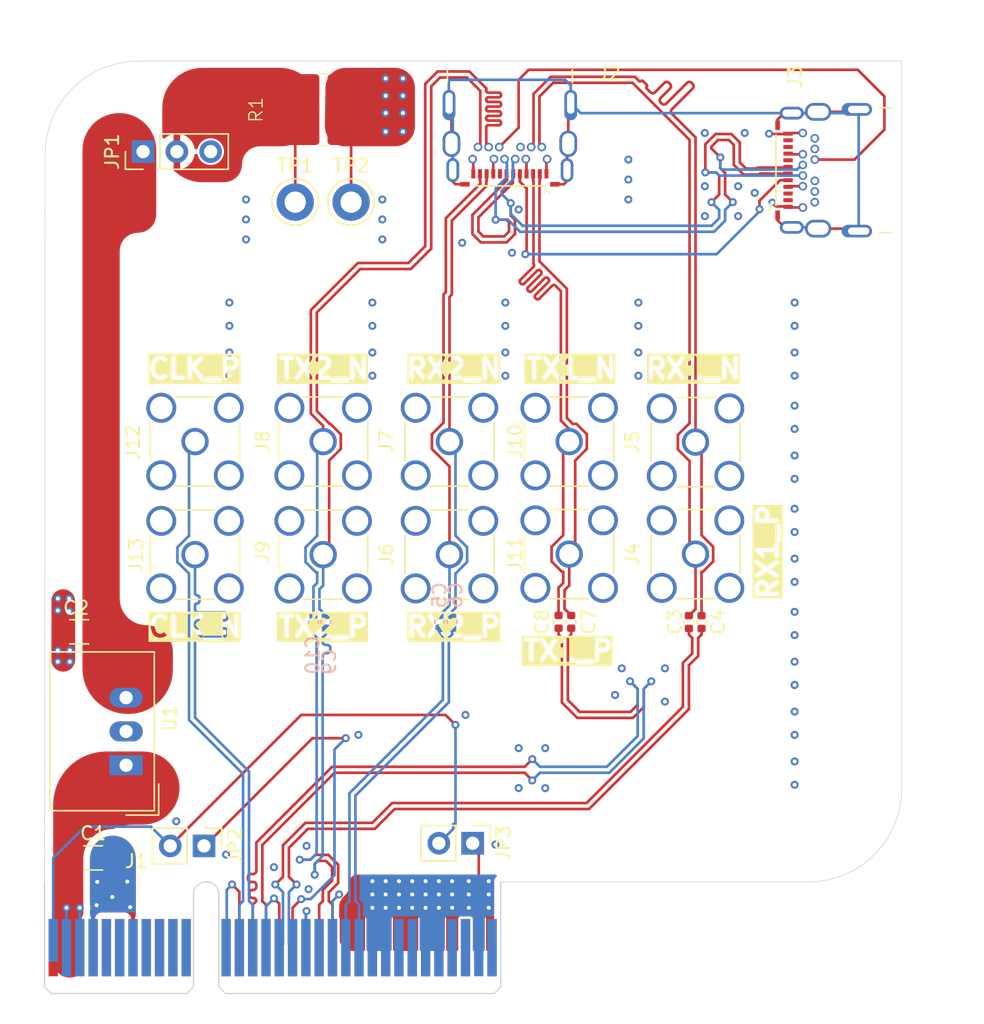
<source format=kicad_pcb>
(kicad_pcb (version 20241229) (generator "pcbnew") (generator_version "9.0")
  (layers (0 "F.Cu" signal) (4 "In1.Cu" signal) (6 "In2.Cu" signal) (2 "B.Cu" signal) (13 "F.Paste" user) (15 "B.Paste" user) (5 "F.SilkS" user "F.Silkscreen") (7 "B.SilkS" user "B.Silkscreen") (1 "F.Mask" user) (3 "B.Mask" user) (25 "Edge.Cuts" user))
  (net 0 "")
  (net 1 "+12V")
  (net 2 "GND")
  (net 3 "+5V")
  (net 10 "Net-(JP2-A)")
  (net 12 "Net-(J1-~{PRSNT1})")
  (net 24 "Net-(JP3-A)")
  (net 32 "/CC2")
  (net 33 "/D_N")
  (net 35 "VBUS")
  (net 36 "/D_P")
  (net 37 "/SHEILD")
  (net 39 "/CC1")
  (net 41 "VBUS_PC")
  (net 51 "/CLK_N")
  (net 52 "/CLK_P")
  (net 53 "/PER0_P")
  (net 54 "/RX1_P")
  (net 55 "/PER0_N")
  (net 56 "/RX1_N")
  (net 57 "/RX2_P")
  (net 58 "/PER1_P")
  (net 59 "/PER1_N")
  (net 60 "/RX2_N")
  (net 61 "/TX1_P")
  (net 62 "/PET0_P")
  (net 63 "/PET0_N")
  (net 64 "/TX1_N")
  (net 65 "/PET1_P")
  (net 66 "/TX2_P")
  (net 67 "/TX2_N")
  (net 68 "/PET1_N")
  (net 69 "VBUS_SHUNT")
  (footprint "Connector_Coaxial:SMA_Amphenol_901-144_Vertical" (layer "F.Cu") (at 127.3 132.24 90)
    (property "Reference" "J5")
    (property "Value" "CONSMA001-C-G")
  )
  (footprint "Capacitor_SMD:C_1206_3216Metric" (layer "F.Cu") (at 80.95 146.5 180)
    (property "Reference" "C2")
    (property "Value" "C")
  )
  (footprint "Connector_PinHeader_2.54mm:PinHeader_1x02_P2.54mm_Vertical" (layer "F.Cu") (at 110.54 162.4 -90)
    (property "Reference" "JP3")
    (property "Value" "Jumper_2_Open")
  )
  (footprint "Capacitor_SMD:C_0402_1005Metric" (layer "F.Cu") (at 127.75 145.77 90)
    (property "Reference" "C4")
    (property "Value" "75n")
  )
  (footprint "Connector_Coaxial:SMA_Amphenol_901-144_Vertical" (layer "F.Cu") (at 89.665 140.7)
    (property "Reference" "J13")
    (property "Value" "CONSMA001-C-G")
  )
  (footprint "Capacitor_SMD:C_0402_1005Metric" (layer "F.Cu") (at 117 145.75 -90)
    (property "Reference" "C8")
    (property "Value" "75n")
  )
  (footprint "Connector_Coaxial:SMA_Amphenol_901-144_Vertical" (layer "F.Cu") (at 117.8 140.66 -90)
    (property "Reference" "J11")
    (property "Value" "CONSMA001-C-G")
  )
  (footprint "Connector_USB:USB_C_Receptacle_CNCTech_C-ARA1-AK51X" (layer "F.Cu") (at 137.5675 111.8 90)
    (property "Reference" "J3")
    (property "Value" "C-ARA1-AK512-1")
  )
  (footprint "Connector_Coaxial:SMA_Amphenol_901-144_Vertical" (layer "F.Cu") (at 99.3 132.2 -90)
    (property "Reference" "J8")
    (property "Value" "CONSMA001-C-G")
  )
  (footprint "Capacitor_SMD:C_1206_3216Metric" (layer "F.Cu") (at 82 163.5)
    (property "Reference" "C1")
    (property "Value" "C")
  )
  (footprint "TestPoint:TestPoint_Keystone_5010-5014_Multipurpose" (layer "F.Cu") (at 97.2 114.2)
    (property "Reference" "TP1")
    (property "Value" "5010")
  )
  (footprint "Connector_PinHeader_2.54mm:PinHeader_1x02_P2.54mm_Vertical" (layer "F.Cu") (at 90.34 162.6 -90)
    (property "Reference" "JP2")
    (property "Value" "Jumper_2_Open")
  )
  (footprint "Connector_Coaxial:SMA_Amphenol_901-144_Vertical" (layer "F.Cu") (at 99.3 140.7 180)
    (property "Reference" "J9")
    (property "Value" "CONSMA001-C-G")
  )
  (footprint "Unified_Library:2818" (layer "F.Cu") (at 99.32 107.25)
    (property "Reference" "R1")
    (property "Value" "100m")
  )
  (footprint "Connector_Coaxial:SMA_Amphenol_901-144_Vertical" (layer "F.Cu") (at 117.8 132.2 -90)
    (property "Reference" "J10")
    (property "Value" "CONSMA001-C-G")
  )
  (footprint "Connector_Coaxial:SMA_Amphenol_901-144_Vertical" (layer "F.Cu") (at 89.665 132.2)
    (property "Reference" "J12")
    (property "Value" "CONSMA001-C-G")
  )
  (footprint "Connector_Coaxial:SMA_Amphenol_901-144_Vertical" (layer "F.Cu") (at 108.8 132.2 90)
    (property "Reference" "J7")
    (property "Value" "CONSMA001-C-G")
  )
  (footprint "Connector_Coaxial:SMA_Amphenol_901-144_Vertical" (layer "F.Cu") (at 108.8 140.7 90)
    (property "Reference" "J6")
    (property "Value" "CONSMA001-C-G")
  )
  (footprint "Connector_USB:USB_C_Receptacle_CNCTech_C-ARA1-AK51X" (layer "F.Cu") (at 113.34 108.76 180)
    (property "Reference" "J2")
    (property "Value" "C-ARA1-AK512-1")
  )
  (footprint "Converter_DCDC:Converter_DCDC_TRACO_TSR-1_THT" (layer "F.Cu") (at 84.4825 156.5325 90)
    (property "Reference" "U1")
    (property "Value" "TSR 1.5-2450E")
  )
  (footprint "Connector_Coaxial:SMA_Amphenol_901-144_Vertical" (layer "F.Cu") (at 127.3 140.66 90)
    (property "Reference" "J4")
    (property "Value" "CONSMA001-C-G")
  )
  (footprint "Connector_PinHeader_2.54mm:PinHeader_1x03_P2.54mm_Vertical" (layer "F.Cu") (at 85.76 110.4 90)
    (property "Reference" "JP1")
    (property "Value" "Jumper_3_Open")
  )
  (footprint "TestPoint:TestPoint_Keystone_5010-5014_Multipurpose" (layer "F.Cu") (at 101.4 114.2)
    (property "Reference" "TP2")
    (property "Value" "5010")
  )
  (footprint "Capacitor_SMD:C_0402_1005Metric" (layer "F.Cu") (at 126.8 145.77 90)
    (property "Reference" "C3")
    (property "Value" "75n")
  )
  (footprint "Capacitor_SMD:C_0402_1005Metric" (layer "F.Cu") (at 117.95 145.75 -90)
    (property "Reference" "C7")
    (property "Value" "75n")
  )
  (footprint "Connector_PCBEdge:BUS_PCIexpress_x4" (layer "F.Cu") (at 79 170.25)
    (property "Reference" "J1")
    (property "Value" "Bus_PCI_Express_x4")
    (fp_line (start -0.65 -4.95) (end -0.65 2.95) (stroke (width 0.1)) (layer "Edge.Cuts"))
    (fp_line (start -0.65 2.95) (end -0.15 3.45) (stroke (width 0.1)) (layer "Edge.Cuts"))
    (fp_line (start -0.15 3.45) (end 10.05 3.45) (stroke (width 0.1)) (layer "Edge.Cuts"))
    (fp_line (start 10.55 -4) (end 10.55 2.95) (stroke (width 0.1)) (layer "Edge.Cuts"))
    (fp_line (start 10.55 2.95) (end 10.05 3.45) (stroke (width 0.1)) (layer "Edge.Cuts"))
    (fp_line (start 12.45 -4) (end 12.45 2.95) (stroke (width 0.1)) (layer "Edge.Cuts"))
    (fp_line (start 12.45 2.95) (end 12.95 3.45) (stroke (width 0.1)) (layer "Edge.Cuts"))
    (fp_line (start 12.95 3.45) (end 33.15 3.45) (stroke (width 0.1)) (layer "Edge.Cuts"))
    (fp_line (start 33.65 -4.95) (end 33.65 2.95) (stroke (width 0.1)) (layer "Edge.Cuts"))
    (fp_line (start 33.65 2.95) (end 33.15 3.45) (stroke (width 0.1)) (layer "Edge.Cuts"))
    (fp_arc (start 10.55 -4) (mid 11.5 -4.95) (end 12.45 -4) (stroke (width 0.1)) (layer "Edge.Cuts"))
  )
  (footprint "Capacitor_SMD:C_0402_1005Metric" (layer "B.Cu") (at 108.05 145.75 90)
    (property "Reference" "C5")
    (property "Value" "75n")
  )
  (footprint "Capacitor_SMD:C_0402_1005Metric" (layer "B.Cu") (at 109 145.75 90)
    (property "Reference" "C6")
    (property "Value" "75n")
  )
  (footprint "Capacitor_SMD:C_0402_1005Metric" (layer "B.Cu") (at 98.57 145.75 -90)
    (property "Reference" "C10")
    (property "Value" "75n")
  )
  (footprint "Capacitor_SMD:C_0402_1005Metric" (layer "B.Cu") (at 99.5 145.75 -90)
    (property "Reference" "C9")
    (property "Value" "75n")
  )
  (gr_line (start 142.8 103.6) (end 142.8 158.3) (stroke (width 0.05)) (layer "Edge.Cuts"))
  (gr_arc (start 142.8 158.3) (mid 140.749747 163.249747) (end 135.8 165.3) (stroke (width 0.05)) (layer "Edge.Cuts"))
  (gr_line (start 85.4 103.6) (end 142.8 103.6) (stroke (width 0.05)) (layer "Edge.Cuts"))
  (gr_line (start 78.35 165.3) (end 78.4 110.6) (stroke (width 0.05)) (layer "Edge.Cuts"))
  (gr_arc (start 78.4 110.6) (mid 80.450253 105.650253) (end 85.4 103.6) (stroke (width 0.05)) (layer "Edge.Cuts"))
  (gr_line (start 112.65 165.3) (end 135.8 165.3) (stroke (width 0.05)) (layer "Edge.Cuts"))
  (gr_text "TX2_P" (at 95.8 147 0) (layer "F.SilkS" knockout) (effects (font (size 1.5 1.5) (thickness 0.3) (bold yes)) (justify left bottom)))
  (gr_text "RX1_N" (at 123.4 127.6 0) (layer "F.SilkS" knockout) (effects (font (size 1.5 1.5) (thickness 0.3) (bold yes)) (justify left bottom)))
  (gr_text "TX1_N" (at 114.4 127.6 0) (layer "F.SilkS" knockout) (effects (font (size 1.5 1.5) (thickness 0.3) (bold yes)) (justify left bottom)))
  (gr_text "CLK_N" (at 86 147 0) (layer "F.SilkS" knockout) (effects (font (size 1.5 1.5) (thickness 0.3) (bold yes)) (justify left bottom)))
  (gr_text "RX2_P" (at 105.4 147 0) (layer "F.SilkS" knockout) (effects (font (size 1.5 1.5) (thickness 0.3) (bold yes)) (justify left bottom)))
  (gr_text "CLK_P" (at 86 127.6 0) (layer "F.SilkS" knockout) (effects (font (size 1.5 1.5) (thickness 0.3) (bold yes)) (justify left bottom)))
  (gr_text "RX1_P" (at 133.6 144.2 90) (layer "F.SilkS" knockout) (effects (font (size 1.5 1.5) (thickness 0.3) (bold yes)) (justify left bottom)))
  (gr_text "RX2_N" (at 105.4 127.6 0) (layer "F.SilkS" knockout) (effects (font (size 1.5 1.5) (thickness 0.3) (bold yes)) (justify left bottom)))
  (gr_text "TX1_P" (at 114.2 148.8 0) (layer "F.SilkS" knockout) (effects (font (size 1.5 1.5) (thickness 0.3) (bold yes)) (justify left bottom)))
  (gr_text "TX2_N\n" (at 95.8 127.6 0) (layer "F.SilkS" knockout) (effects (font (size 1.5 1.5) (thickness 0.3) (bold yes)) (justify left bottom)))
  (segment (start 81 170.25) (end 80 170.25) (width 0.2) (layer "F.Cu") (net 1))
  (segment (start 80 170.25) (end 79 170.25) (width 0.2) (layer "F.Cu") (net 1))
  (via (at 80 167.25) (size 0.6) (drill 0.3) (layers "F.Cu" "B.Cu") (net 1))
  (via (at 81 167.25) (size 0.6) (drill 0.3) (layers "F.Cu" "B.Cu") (net 1))
  (segment (start 80 170.25) (end 80 167.25) (width 0.2) (layer "B.Cu") (net 1))
  (segment (start 81 170.25) (end 81 167.25) (width 0.2) (layer "B.Cu") (net 1))
  (segment (start 134.2575 109.05) (end 134.2315 109.076) (width 0.2) (layer "F.Cu") (net 2))
  (segment (start 134.3075 109) (end 134.2575 109.05) (width 0.2) (layer "F.Cu") (net 2))
  (segment (start 116.09 112.07) (end 116.09 111.01) (width 0.2) (layer "F.Cu") (net 2))
  (segment (start 98 167.55) (end 98.05 167.5) (width 0.2) (layer "F.Cu") (net 2))
  (segment (start 134.2575 114.55) (end 134.2315 114.524) (width 0.2) (layer "F.Cu") (net 2))
  (segment (start 110.59 111.01) (end 110.54 110.96) (width 0.2) (layer "F.Cu") (net 2))
  (segment (start 132.856 109.076) (end 132.83 109.05) (width 0.2) (layer "F.Cu") (net 2))
  (segment (start 134.2315 109.076) (end 132.856 109.076) (width 0.2) (layer "F.Cu") (net 2))
  (segment (start 133.354 114.524) (end 133.07 114.24) (width 0.2) (layer "F.Cu") (net 2))
  (segment (start 93 166.05) (end 92.45 165.5) (width 0.2) (layer "F.Cu") (net 2))
  (segment (start 98 170.25) (end 98 167.55) (width 0.2) (layer "F.Cu") (net 2))
  (segment (start 96 170.25) (end 96 166.95) (width 0.2) (layer "F.Cu") (net 2))
  (segment (start 116.09 111.01) (end 116.14 110.96) (width 0.2) (layer "F.Cu") (net 2))
  (segment (start 135.3675 114.6) (end 134.3075 114.6) (width 0.2) (layer "F.Cu") (net 2))
  (segment (start 135.3675 109) (end 134.3075 109) (width 0.2) (layer "F.Cu") (net 2))
  (segment (start 110.59 112.07) (end 110.59 111.01) (width 0.2) (layer "F.Cu") (net 2))
  (segment (start 134.3075 114.6) (end 134.2575 114.55) (width 0.2) (layer "F.Cu") (net 2))
  (segment (start 134.2315 114.524) (end 133.354 114.524) (width 0.2) (layer "F.Cu") (net 2))
  (segment (start 96 166.95) (end 95.6 166.55) (width 0.2) (layer "F.Cu") (net 2))
  (segment (start 93 170.25) (end 93 166.05) (width 0.2) (layer "F.Cu") (net 2))
  (via (at 92.45 165.5) (size 0.6) (drill 0.3) (layers "F.Cu" "B.Cu") (net 2))
  (via (at 92.25 121.75) (size 0.6) (drill 0.3) (layers "F.Cu" "B.Cu") (net 2))
  (via (at 134.75 158) (size 0.6) (drill 0.3) (layers "F.Cu" "B.Cu") (net 2))
  (via (at 128 113) (size 0.6) (drill 0.3) (layers "F.Cu" "B.Cu") (net 2))
  (via (at 95.6 166.55) (size 0.6) (drill 0.3) (layers "F.Cu" "B.Cu") (net 2))
  (via (at 103.75 114) (size 0.6) (drill 0.3) (layers "F.Cu" "B.Cu") (net 2))
  (via (at 122.25 114) (size 0.6) (drill 0.3) (layers "F.Cu" "B.Cu") (net 2))
  (via (at 88.25 160.75) (size 0.6) (drill 0.3) (layers "F.Cu" "B.Cu") (net 2))
  (via (at 79.35 144.9) (size 0.6) (drill 0.3) (layers "F.Cu" "B.Cu") (net 2))
  (via (at 79.35 147.9) (size 0.6) (drill 0.3) (layers "F.Cu" "B.Cu") (net 2))
  (via (at 109 167.25) (size 0.6) (drill 0.3) (layers "F.Cu" "B.Cu") (net 2))
  (via (at 112.25 162.5) (size 0.6) (drill 0.3) (layers "F.Cu" "B.Cu") (net 2))
  (via (at 113 123.5) (size 0.6) (drill 0.3) (layers "F.Cu" "B.Cu") (net 2))
  (via (at 111.75 166.25) (size 0.6) (drill 0.3) (layers "F.Cu" "B.Cu") (net 2))
  (via (at 134.75 129.5) (size 0.6) (drill 0.3) (layers "F.Cu" "B.Cu") (net 2))
  (via (at 98.05 167.5) (size 0.6) (drill 0.3) (layers "F.Cu" "B.Cu") (net 2))
  (via (at 134.75 135) (size 0.6) (drill 0.3) (layers "F.Cu" "B.Cu") (net 2))
  (via (at 113 125.5) (size 0.6) (drill 0.3) (layers "F.Cu" "B.Cu") (net 2))
  (via (at 95.6 164.2) (size 0.6) (drill 0.3) (layers "F.Cu" "B.Cu") (net 2))
  (via (at 92.25 125.5) (size 0.6) (drill 0.3) (layers "F.Cu" "B.Cu") (net 2))
  (via (at 133.07 114.24) (size 0.6) (drill 0.3) (layers "F.Cu" "B.Cu") (net 2))
  (via (at 82.26 167.06) (size 0.6) (drill 0.3) (layers "F.Cu" "B.Cu") (net 2))
  (via (at 113 127.25) (size 0.6) (drill 0.3) (layers "F.Cu" "B.Cu") (net 2))
  (via (at 121.75 149.25) (size 0.6) (drill 0.3) (layers "F.Cu" "B.Cu") (net 2))
  (via (at 134.75 133.25) (size 0.6) (drill 0.3) (layers "F.Cu" "B.Cu") (net 2))
  (via (at 93.5 117) (size 0.6) (drill 0.3) (layers "F.Cu" "B.Cu") (net 2))
  (via (at 109.75 117.25) (size 0.6) (drill 0.3) (layers "F.Cu" "B.Cu") (net 2))
  (via (at 134.75 156.25) (size 0.6) (drill 0.3) (layers "F.Cu" "B.Cu") (net 2))
  (via (at 125 151.75) (size 0.6) (drill 0.3) (layers "F.Cu" "B.Cu") (net 2))
  (via (at 109 165.25) (size 0.6) (drill 0.3) (layers "F.Cu" "B.Cu") (net 2))
  (via (at 80.25 147.9) (size 0.6) (drill 0.3) (layers "F.Cu" "B.Cu") (net 2))
  (via (at 104 165.25) (size 0.6) (drill 0.3) (layers "F.Cu" "B.Cu") (net 2))
  (via (at 123 125.5) (size 0.6) (drill 0.3) (layers "F.Cu" "B.Cu") (net 2))
  (via (at 130.5 113) (size 0.6) (drill 0.3) (layers "F.Cu" "B.Cu") (net 2))
  (via (at 103.75 117) (size 0.6) (drill 0.3) (layers "F.Cu" "B.Cu") (net 2))
  (via (at 109 166.25) (size 0.6) (drill 0.3) (layers "F.Cu" "B.Cu") (net 2))
  (via (at 93.5 115.5) (size 0.6) (drill 0.3) (layers "F.Cu" "B.Cu") (net 2))
  (via (at 134.75 141) (size 0.6) (drill 0.3) (layers "F.Cu" "B.Cu") (net 2))
  (via (at 134.75 152.5) (size 0.6) (drill 0.3) (layers "F.Cu" "B.Cu") (net 2))
  (via (at 113 121.75) (size 0.6) (drill 0.3) (layers "F.Cu" "B.Cu") (net 2))
  (via (at 107 167.25) (size 0.6) (drill 0.3) (layers "F.Cu" "B.Cu") (net 2))
  (via (at 111.75 167.25) (size 0.6) (drill 0.3) (layers "F.Cu" "B.Cu") (net 2))
  (via (at 93.5 114) (size 0.6) (drill 0.3) (layers "F.Cu" "B.Cu") (net 2))
  (via (at 134.75 139) (size 0.6) (drill 0.3) (layers "F.Cu" "B.Cu") (net 2))
  (via (at 128 115.25) (size 0.6) (drill 0.3) (layers "F.Cu" "B.Cu") (net 2))
  (via (at 107 166.25) (size 0.6) (drill 0.3) (layers "F.Cu" "B.Cu") (net 2))
  (via (at 114 158.25) (size 0.6) (drill 0.3) (layers "F.Cu" "B.Cu") (net 2))
  (via (at 116 155.25) (size 0.6) (drill 0.3) (layers "F.Cu" "B.Cu") (net 2))
  (via (at 121.25 151.25) (size 0.6) (drill 0.3) (layers "F.Cu" "B.Cu") (net 2))
  (via (at 105 166.25) (size 0.6) (drill 0.3) (layers "F.Cu" "B.Cu") (net 2))
  (via (at 80.2 144) (size 0.6) (drill 0.3) (layers "F.Cu" "B.Cu") (net 2))
  (via (at 122.25 112.5) (size 0.6) (drill 0.3) (layers "F.Cu" "B.Cu") (net 2))
  (via (at 106 165.25) (size 0.6) (drill 0.3) (layers "F.Cu" "B.Cu") (net 2))
  (via (at 130.5 115.25) (size 0.6) (drill 0.3) (layers "F.Cu" "B.Cu") (net 2))
  (via (at 84.57 165.28) (size 0.6) (drill 0.3) (layers "F.Cu" "B.Cu") (net 2))
  (via (at 100.5 166.25) (size 0.6) (drill 0.3) (layers "F.Cu" "B.Cu") (net 2))
  (via (at 104 167.25) (size 0.6) (drill 0.3) (layers "F.Cu" "B.Cu") (net 2))
  (via (at 84.79 167.2) (size 0.6) (drill 0.3) (layers "F.Cu" "B.Cu") (net 2))
  (via (at 80.2 144.95) (size 0.6) (drill 0.3) (layers "F.Cu" "B.Cu") (net 2))
  (via (at 125 149.25) (size 0.6) (drill 0.3) (layers "F.Cu" "B.Cu") (net 2))
  (via (at 113.5 118) (size 0.6) (drill 0.3) (layers "F.Cu" "B.Cu") (net 2))
  (via (at 92.25 127.25) (size 0.6) (drill 0.3) (layers "F.Cu" "B.Cu") (net 2))
  (via (at 105 165.25) (size 0.6) (drill 0.3) (layers "F.Cu" "B.Cu") (net 2))
  (via (at 134.75 123.5) (size 0.6) (drill 0.3) (layers "F.Cu" "B.Cu") (net 2))
  (via (at 98.2 165.85) (size 0.6) (drill 0.3) (layers "F.Cu" "B.Cu") (net 2))
  (via (at 103 166.25) (size 0.6) (drill 0.3) (layers "F.Cu" "B.Cu") (net 2))
  (via (at 132.83 109.05) (size 0.6) (drill 0.3) (layers "F.Cu" "B.Cu") (net 2))
  (via (at 111.75 165.25) (size 0.6) (drill 0.3) (layers "F.Cu" "B.Cu") (net 2))
  (via (at 107 165.25) (size 0.6) (drill 0.3) (layers "F.Cu" "B.Cu") (net 2))
  (via (at 108 167.25) (size 0.6) (drill 0.3) (layers "F.Cu" "B.Cu") (net 2))
  (via (at 134.75 125.5) (size 0.6) (drill 0.3) (layers "F.Cu" "B.Cu") (net 2))
  (via (at 134.75 137.25) (size 0.6) (drill 0.3) (layers "F.Cu" "B.Cu") (net 2))
  (via (at 79.35 144) (size 0.6) (drill 0.3) (layers "F.Cu" "B.Cu") (net 2))
  (via (at 103 123.5) (size 0.6) (drill 0.3) (layers "F.Cu" "B.Cu") (net 2))
  (via (at 108 166.25) (size 0.6) (drill 0.3) (layers "F.Cu" "B.Cu") (net 2))
  (via (at 114 155.25) (size 0.6) (drill 0.3) (layers "F.Cu" "B.Cu") (net 2))
  (via (at 98.05 162.6) (size 0.6) (drill 0.3) (layers "F.Cu" "B.Cu") (net 2))
  (via (at 92.25 123.5) (size 0.6) (drill 0.3) (layers "F.Cu" "B.Cu") (net 2))
  (via (at 134.75 127.25) (size 0.6) (drill 0.3) (layers "F.Cu" "B.Cu") (net 2))
  (via (at 92 163.25) (size 0.6) (drill 0.3) (layers "F.Cu" "B.Cu") (net 2))
  (via (at 110.25 167.25) (size 0.6) (drill 0.3) (layers "F.Cu" "B.Cu") (net 2))
  (via (at 103 125.5) (size 0.6) (drill 0.3) (layers "F.Cu" "B.Cu") (net 2))
  (via (at 79.35 148.75) (size 0.6) (drill 0.3) (layers "F.Cu" "B.Cu") (net 2))
  (via (at 114 114.75) (size 0.6) (drill 0.3) (layers "F.Cu" "B.Cu") (net 2))
  (via (at 83.44 166.44) (size 0.6) (drill 0.3) (layers "F.Cu" "B.Cu") (net 2))
  (via (at 134.75 145) (size 0.6) (drill 0.3) (layers "F.Cu" "B.Cu") (net 2))
  (via (at 128 109) (size 0.6) (drill 0.3) (layers "F.Cu" "B.Cu") (net 2))
  (via (at 123 121.75) (size 0.6) (drill 0.3) (layers "F.Cu" "B.Cu") (net 2))
  (via (at 123 127.25) (size 0.6) (drill 0.3) (layers "F.Cu" "B.Cu") (net 2))
  (via (at 134.75 131.25) (size 0.6) (drill 0.3) (layers "F.Cu" "B.Cu") (net 2))
  (via (at 106 167.25) (size 0.6) (drill 0.3) (layers "F.Cu" "B.Cu") (net 2))
  (via (at 131 109) (size 0.6) (drill 0.3) (layers "F.Cu" "B.Cu") (net 2))
  (via (at 110.25 165.25) (size 0.6) (drill 0.3) (layers "F.Cu" "B.Cu") (net 2))
  (via (at 134.75 154.25) (size 0.6) (drill 0.3) (layers "F.Cu" "B.Cu") (net 2))
  (via (at 108 165.25) (size 0.6) (drill 0.3) (layers "F.Cu" "B.Cu") (net 2))
  (via (at 103 167.25) (size 0.6) (drill 0.3) (layers "F.Cu" "B.Cu") (net 2))
  (via (at 134.75 148.75) (size 0.6) (drill 0.3) (layers "F.Cu" "B.Cu") (net 2))
  (via (at 134.75 142.75) (size 0.6) (drill 0.3) (layers "F.Cu" "B.Cu") (net 2))
  (via (at 80.25 148.75) (size 0.6) (drill 0.3) (layers "F.Cu" "B.Cu") (net 2))
  (via (at 116.000473 158.257126) (size 0.6) (drill 0.3) (layers "F.Cu" "B.Cu") (net 2))
  (via (at 103.75 115.5) (size 0.6) (drill 0.3) (layers "F.Cu" "B.Cu") (net 2))
  (via (at 103 127.25) (size 0.6) (drill 0.3) (layers "F.Cu" "B.Cu") (net 2))
  (via (at 123 123.5) (size 0.6) (drill 0.3) (layers "F.Cu" "B.Cu") (net 2))
  (via (at 105 167.25) (size 0.6) (drill 0.3) (layers "F.Cu" "B.Cu") (net 2))
  (via (at 134.75 150.5) (size 0.6) (drill 0.3) (layers "F.Cu" "B.Cu") (net 2))
  (via (at 110.25 166.25) (size 0.6) (drill 0.3) (layers "F.Cu" "B.Cu") (net 2))
  (via (at 110 152.75) (size 0.6) (drill 0.3) (layers "F.Cu" "B.Cu") (net 2))
  (via (at 122.25 111) (size 0.6) (drill 0.3) (layers "F.Cu" "B.Cu") (net 2))
  (via (at 134.75 146.75) (size 0.6) (drill 0.3) (layers "F.Cu" "B.Cu") (net 2))
  (via (at 103 121.75) (size 0.6) (drill 0.3) (layers "F.Cu" "B.Cu") (net 2))
  (via (at 104 166.25) (size 0.6) (drill 0.3) (layers "F.Cu" "B.Cu") (net 2))
  (via (at 101.95 154.25) (size 0.6) (drill 0.3) (layers "F.Cu" "B.Cu") (net 2))
  (via (at 131.75 113.5) (size 0.6) (drill 0.3) (layers "F.Cu" "B.Cu") (net 2))
  (via (at 106 166.25) (size 0.6) (drill 0.3) (layers "F.Cu" "B.Cu") (net 2))
  (via (at 134.75 121.75) (size 0.6) (drill 0.3) (layers "F.Cu" "B.Cu") (net 2))
  (via (at 82.31 165.3) (size 0.6) (drill 0.3) (layers "F.Cu" "B.Cu") (net 2))
  (via (at 103 165.25) (size 0.6) (drill 0.3) (layers "F.Cu" "B.Cu") (net 2))
  (segment (start 92.45 165.5) (end 92.051 165.899) (width 0.2) (layer "B.Cu") (net 2))
  (segment (start 98 167.55) (end 98.05 167.5) (width 0.2) (layer "B.Cu") (net 2))
  (segment (start 100 170.25) (end 100 166.75) (width 0.2) (layer "B.Cu") (net 2))
  (segment (start 92.051 165.899) (end 92.051 170.25) (width 0.2) (layer "B.Cu") (net 2))
  (segment (start 95 167.15) (end 95.6 166.55) (width 0.2) (layer "B.Cu") (net 2))
  (segment (start 98 170.25) (end 98 167.55) (width 0.2) (layer "B.Cu") (net 2))
  (segment (start 100 166.75) (end 100.5 166.25) (width 0.2) (layer "B.Cu") (net 2))
  (segment (start 95 170.25) (end 95 167.15) (width 0.2) (layer "B.Cu") (net 2))
  (segment (start 97 170.25) (end 97 167.25) (width 0.2) (layer "F.Cu") (net 10))
  (segment (start 101 154.5) (end 98.5 154.5) (width 0.2) (layer "F.Cu") (net 10))
  (segment (start 97 167.25) (end 97.65 166.6) (width 0.2) (layer "F.Cu") (net 10))
  (segment (start 90.4 162.6) (end 90.34 162.6) (width 0.2) (layer "F.Cu") (net 10))
  (segment (start 98.5 154.5) (end 90.4 162.6) (width 0.2) (layer "F.Cu") (net 10))
  (via (at 97.65 166.6) (size 0.6) (drill 0.3) (layers "F.Cu" "B.Cu") (net 10))
  (via (at 101 154.5) (size 0.6) (drill 0.3) (layers "F.Cu" "B.Cu") (net 10))
  (segment (start 100.15 155.35) (end 100.15 164.8) (width 0.2) (layer "B.Cu") (net 10))
  (segment (start 98.35 166.6) (end 97.65 166.6) (width 0.2) (layer "B.Cu") (net 10))
  (segment (start 101 154.5) (end 100.15 155.35) (width 0.2) (layer "B.Cu") (net 10))
  (segment (start 100.15 164.8) (end 98.35 166.6) (width 0.2) (layer "B.Cu") (net 10))
  (segment (start 87.8 162.6) (end 97.65 152.75) (width 0.2) (layer "F.Cu") (net 12))
  (segment (start 97.65 152.75) (end 108.5 152.75) (width 0.2) (layer "F.Cu") (net 12))
  (segment (start 108.5 152.75) (end 109.25 153.5) (width 0.2) (layer "F.Cu") (net 12))
  (via (at 109.25 153.5) (size 0.6) (drill 0.3) (layers "F.Cu" "B.Cu") (net 12))
  (segment (start 79 169.7) (end 79 163.53) (width 0.2) (layer "B.Cu") (net 12))
  (segment (start 79 163.53) (end 81.38 161.15) (width 0.2) (layer "B.Cu") (net 12))
  (segment (start 109.25 153.5) (end 109.25 160.949) (width 0.2) (layer "B.Cu") (net 12))
  (segment (start 109.25 160.949) (end 109.089 160.949) (width 0.2) (layer "B.Cu") (net 12))
  (segment (start 86.35 161.15) (end 87.8 162.6) (width 0.2) (layer "B.Cu") (net 12))
  (segment (start 109.089 160.949) (end 109.089 161.311) (width 0.2) (layer "B.Cu") (net 12))
  (segment (start 109.089 161.311) (end 108 162.4) (width 0.2) (layer "B.Cu") (net 12))
  (segment (start 81.38 161.15) (end 86.35 161.15) (width 0.2) (layer "B.Cu") (net 12))
  (segment (start 111 162.86) (end 110.54 162.4) (width 0.2) (layer "F.Cu") (net 24))
  (segment (start 111 169.7) (end 111 162.86) (width 0.2) (layer "F.Cu") (net 24))
  (segment (start 139.25 111) (end 136.2675 111) (width 0.2) (layer "F.Cu") (net 32))
  (segment (start 141.5 108.75) (end 139.25 111) (width 0.2) (layer "F.Cu") (net 32))
  (segment (start 139.5 104.25) (end 141.5 106.25) (width 0.2) (layer "F.Cu") (net 32))
  (segment (start 141.5 106.25) (end 141.5 108.75) (width 0.2) (layer "F.Cu") (net 32))
  (segment (start 112.54 110.06) (end 114 108.6) (width 0.2) (layer "F.Cu") (net 32))
  (segment (start 114 105) (end 114.75 104.25) (width 0.2) (layer "F.Cu") (net 32))
  (segment (start 114.75 104.25) (end 139.5 104.25) (width 0.2) (layer "F.Cu") (net 32))
  (segment (start 114 108.6) (end 114 105) (width 0.2) (layer "F.Cu") (net 32))
  (segment (start 110.525 116.593198) (end 110.525 115.156802) (width 0.2) (layer "F.Cu") (net 33))
  (segment (start 128.034314 109.847488) (end 128.806802 109.075) (width 0.2) (layer "F.Cu") (net 33))
  (segment (start 110.525 115.156802) (end 113.115 112.566802) (width 0.2) (layer "F.Cu") (net 33))
  (segment (start 113.725 115.523313) (end 113.725 116.593198) (width 0.2) (layer "F.Cu") (net 33))
  (segment (start 113.403051 115.201364) (end 113.725 115.523313) (width 0.2) (layer "F.Cu") (net 33))
  (segment (start 129.993198 109.075) (end 130.625 109.706802) (width 0.2) (layer "F.Cu") (net 33))
  (segment (start 128.034314 111.965686) (end 128.847487 111.965686) (width 0.2) (layer "F.Cu") (net 33))
  (segment (start 113.115 112.566802) (end 113.115 112.295) (width 0.2) (layer "F.Cu") (net 33))
  (segment (start 113.725 116.593198) (end 113.093198 117.225) (width 0.2) (layer "F.Cu") (net 33))
  (segment (start 113.115 112.295) (end 113.09 112.27) (width 0.2) (layer "F.Cu") (net 33))
  (segment (start 113.403051 114.271679) (end 113.403051 115.201364) (width 0.2) (layer "F.Cu") (net 33))
  (segment (start 129.074999 112.193198) (end 129.074999 113.625001) (width 0.2) (layer "F.Cu") (net 33))
  (segment (start 131.093198 111.675) (end 131.9 111.675) (width 0.2) (layer "F.Cu") (net 33))
  (segment (start 128.847487 111.965686) (end 129.074999 112.193198) (width 0.2) (layer "F.Cu") (net 33))
  (segment (start 130.625 109.706802) (end 130.625 111.206802) (width 0.2) (layer "F.Cu") (net 33))
  (segment (start 129.074999 113.625001) (end 128.5 114.2) (width 0.2) (layer "F.Cu") (net 33))
  (segment (start 131.975001 111.599999) (end 134.207501 111.599999) (width 0.2) (layer "F.Cu") (net 33))
  (segment (start 130.625 111.206802) (end 131.093198 111.675) (width 0.2) (layer "F.Cu") (net 33))
  (segment (start 113.093198 117.225) (end 111.156802 117.225) (width 0.2) (layer "F.Cu") (net 33))
  (segment (start 111.156802 117.225) (end 110.525 116.593198) (width 0.2) (layer "F.Cu") (net 33))
  (segment (start 131.9 111.675) (end 131.975001 111.599999) (width 0.2) (layer "F.Cu") (net 33))
  (segment (start 113.09 112.27) (end 113.09 112.07) (width 0.2) (layer "F.Cu") (net 33))
  (segment (start 134.207501 111.599999) (end 134.2575 111.55) (width 0.2) (layer "F.Cu") (net 33))
  (segment (start 128.806802 109.075) (end 129.993198 109.075) (width 0.2) (layer "F.Cu") (net 33))
  (segment (start 128.034314 111.965686) (end 128.034314 109.847488) (width 0.2) (layer "F.Cu") (net 33))
  (via (at 128.034314 111.965686) (size 0.6) (drill 0.3) (layers "F.Cu" "B.Cu") (net 33))
  (via (at 128.5 114.2) (size 0.6) (drill 0.3) (layers "F.Cu" "B.Cu") (net 33))
  (via (at 113.403051 114.271679) (size 0.6) (drill 0.3) (layers "F.Cu" "B.Cu") (net 33))
  (segment (start 113.403051 115.084852) (end 113.403051 114.271679) (width 0.2) (layer "B.Cu") (net 33))
  (segment (start 129.081801 112.2) (end 128.847487 111.965686) (width 0.2) (layer "B.Cu") (net 33))
  (segment (start 129.074999 114.774999) (end 129.074999 115.406802) (width 0.2) (layer "B.Cu") (net 33))
  (segment (start 114.293198 115.975) (end 113.403051 115.084852) (width 0.2) (layer "B.Cu") (net 33))
  (segment (start 113.565001 112.503197) (end 113.565001 111.134999) (width 0.2) (layer "B.Cu") (net 33))
  (segment (start 129.074999 115.406802) (end 128.506801 115.975) (width 0.2) (layer "B.Cu") (net 33))
  (segment (start 113.403051 114.271679) (end 112.719589 113.588217) (width 0.2) (layer "B.Cu") (net 33))
  (segment (start 113.565001 111.134999) (end 113.74 110.96) (width 0.2) (layer "B.Cu") (net 33))
  (segment (start 128.847487 111.965686) (end 128.034314 111.965686) (width 0.2) (layer "B.Cu") (net 33))
  (segment (start 112.719589 113.588217) (end 112.719589 113.348609) (width 0.2) (layer "B.Cu") (net 33))
  (segment (start 128.506801 115.975) (end 114.293198 115.975) (width 0.2) (layer "B.Cu") (net 33))
  (segment (start 128.5 114.2) (end 129.074999 114.774999) (width 0.2) (layer "B.Cu") (net 33))
  (segment (start 112.719589 113.348609) (end 113.565001 112.503197) (width 0.2) (layer "B.Cu") (net 33))
  (segment (start 135.3675 112.2) (end 129.081801 112.2) (width 0.2) (layer "B.Cu") (net 33))
  (segment (start 97.2 114.2) (end 97.2 107.24) (width 0.2) (layer "F.Cu") (net 35))
  (segment (start 110.975 116.406802) (end 110.975 115.343198) (width 0.2) (layer "F.Cu") (net 36))
  (segment (start 129.806802 109.525) (end 130.175 109.893198) (width 0.2) (layer "F.Cu") (net 36))
  (segment (start 130.906802 112.125) (end 132.079438 112.125) (width 0.2) (layer "F.Cu") (net 36))
  (segment (start 132.079438 112.125) (end 132.154438 112.05) (width 0.2) (layer "F.Cu") (net 36))
  (segment (start 129.165686 111.647487) (end 129.525001 112.006802) (width 0.2) (layer "F.Cu") (net 36))
  (segment (start 112.94 110.96) (end 112.94 111.045298) (width 0.2) (layer "F.Cu") (net 36))
  (segment (start 129.525001 112.006802) (end 129.525001 113.625001) (width 0.2) (layer "F.Cu") (net 36))
  (segment (start 128.993198 109.525) (end 129.806802 109.525) (width 0.2) (layer "F.Cu") (net 36))
  (segment (start 110.975 115.343198) (end 113.565 112.753198) (width 0.2) (layer "F.Cu") (net 36))
  (segment (start 129.165686 110.834314) (end 129.165686 111.647487) (width 0.2) (layer "F.Cu") (net 36))
  (segment (start 128.484315 110.152943) (end 128.484315 110.033883) (width 0.2) (layer "F.Cu") (net 36))
  (segment (start 128.484315 110.033883) (end 128.993198 109.525) (width 0.2) (layer "F.Cu") (net 36))
  (segment (start 113.565 112.753198) (end 113.565 112.295) (width 0.2) (layer "F.Cu") (net 36))
  (segment (start 130.175 111.393198) (end 130.906802 112.125) (width 0.2) (layer "F.Cu") (net 36))
  (segment (start 113.565 112.295) (end 113.59 112.27) (width 0.2) (layer "F.Cu") (net 36))
  (segment (start 113.59 112.27) (end 113.59 112.07) (width 0.2) (layer "F.Cu") (net 36))
  (segment (start 130.175 109.893198) (end 130.175 111.393198) (width 0.2) (layer "F.Cu") (net 36))
  (segment (start 129.525001 113.625001) (end 130.1 114.2) (width 0.2) (layer "F.Cu") (net 36))
  (segment (start 113.275 115.709711) (end 113.275 116.406802) (width 0.2) (layer "F.Cu") (net 36))
  (segment (start 111.343198 116.775) (end 110.975 116.406802) (width 0.2) (layer "F.Cu") (net 36))
  (segment (start 112.906802 116.775) (end 111.343198 116.775) (width 0.2) (layer "F.Cu") (net 36))
  (segment (start 112.269588 115.519563) (end 113.084852 115.519563) (width 0.2) (layer "F.Cu") (net 36))
  (segment (start 129.165686 110.834314) (end 128.484315 110.152943) (width 0.2) (layer "F.Cu") (net 36))
  (segment (start 113.275 116.406802) (end 112.906802 116.775) (width 0.2) (layer "F.Cu") (net 36))
  (segment (start 113.084852 115.519563) (end 113.275 115.709711) (width 0.2) (layer "F.Cu") (net 36))
  (segment (start 132.154438 112.05) (end 134.2575 112.05) (width 0.2) (layer "F.Cu") (net 36))
  (via (at 112.269588 115.519563) (size 0.6) (drill 0.3) (layers "F.Cu" "B.Cu") (net 36))
  (via (at 129.165686 110.834314) (size 0.6) (drill 0.3) (layers "F.Cu" "B.Cu") (net 36))
  (via (at 130.1 114.2) (size 0.6) (drill 0.3) (layers "F.Cu" "B.Cu") (net 36))
  (segment (start 135.1935 111.574) (end 135.108202 111.574) (width 0.2) (layer "B.Cu") (net 36))
  (segment (start 130.1 114.2) (end 129.525001 114.774999) (width 0.2) (layer "B.Cu") (net 36))
  (segment (start 129.165686 111.647487) (end 129.165686 110.834314) (width 0.2) (layer "B.Cu") (net 36))
  (segment (start 113.201364 115.519563) (end 112.269588 115.519563) (width 0.2) (layer "B.Cu") (net 36))
  (segment (start 113.114999 111.134999) (end 112.94 110.96) (width 0.2) (layer "B.Cu") (net 36))
  (segment (start 128.693199 116.425) (end 114.106802 116.425) (width 0.2) (layer "B.Cu") (net 36))
  (segment (start 112.269588 113.162214) (end 113.114999 112.316803) (width 0.2) (layer "B.Cu") (net 36))
  (segment (start 134.932203 111.749999) (end 129.268198 111.749999) (width 0.2) (layer "B.Cu") (net 36))
  (segment (start 129.268198 111.749999) (end 129.165686 111.647487) (width 0.2) (layer "B.Cu") (net 36))
  (segment (start 114.106802 116.425) (end 113.201364 115.519563) (width 0.2) (layer "B.Cu") (net 36))
  (segment (start 129.525001 114.774999) (end 129.525001 115.593198) (width 0.2) (layer "B.Cu") (net 36))
  (segment (start 112.269588 115.519563) (end 112.269588 113.162214) (width 0.2) (layer "B.Cu") (net 36))
  (segment (start 135.3675 111.4) (end 135.1935 111.574) (width 0.2) (layer "B.Cu") (net 36))
  (segment (start 135.108202 111.574) (end 134.932203 111.749999) (width 0.2) (layer "B.Cu") (net 36))
  (segment (start 112.94 110.96) (end 112.768882 111.131118) (width 0.2) (layer "B.Cu") (net 36))
  (segment (start 113.114999 112.316803) (end 113.114999 111.134999) (width 0.2) (layer "B.Cu") (net 36))
  (segment (start 129.525001 115.593198) (end 128.693199 116.425) (width 0.2) (layer "B.Cu") (net 36))
  (segment (start 133.945 107.505) (end 134.5375 107.505) (width 0.2) (layer "F.Cu") (net 37))
  (segment (start 117.635 109.905) (end 117.73 109.81) (width 0.2) (layer "F.Cu") (net 37))
  (segment (start 136.4225 107.505) (end 136.5175 107.41) (width 0.2) (layer "F.Cu") (net 37))
  (segment (start 117.73 106.945) (end 117.915 106.76) (width 0.2) (layer "F.Cu") (net 37))
  (segment (start 109.255 112.855) (end 109.045 112.645) (width 0.2) (layer "F.Cu") (net 37))
  (segment (start 134.5375 107.505) (end 136.4225 107.505) (width 0.2) (layer "F.Cu") (net 37))
  (segment (start 109.045 112.645) (end 109.045 111.79) (width 0.2) (layer "F.Cu") (net 37))
  (segment (start 139.3825 107.41) (end 139.5675 107.225) (width 0.2) (layer "F.Cu") (net 37))
  (segment (start 133.4725 115.5725) (end 133.995 116.095) (width 0.2) (layer "F.Cu") (net 37))
  (segment (start 133.4725 115.175) (end 133.4725 115.5725) (width 0.2) (layer "F.Cu") (net 37))
  (segment (start 108.95 109.81) (end 108.95 106.945) (width 0.2) (layer "F.Cu") (net 37))
  (segment (start 133.4725 108.425) (end 133.4725 107.9775) (width 0.2) (layer "F.Cu") (net 37))
  (segment (start 116.715 112.855) (end 117.395 112.855) (width 0.2) (layer "F.Cu") (net 37))
  (segment (start 117.635 112.615) (end 117.635 111.79) (width 0.2) (layer "F.Cu") (net 37))
  (segment (start 139.3825 116.19) (end 139.5675 116.375) (width 0.2) (layer "F.Cu") (net 37))
  (segment (start 136.5175 107.41) (end 139.3825 107.41) (width 0.2) (layer "F.Cu") (net 37))
  (segment (start 109.045 111.79) (end 109.045 109.905) (width 0.2) (layer "F.Cu") (net 37))
  (segment (start 136.5175 116.19) (end 139.3825 116.19) (width 0.2) (layer "F.Cu") (net 37))
  (segment (start 108.95 106.945) (end 108.765 106.76) (width 0.2) (layer "F.Cu") (net 37))
  (segment (start 117.395 112.855) (end 117.635 112.615) (width 0.2) (layer "F.Cu") (net 37))
  (segment (start 117.73 109.81) (end 117.73 106.945) (width 0.2) (layer "F.Cu") (net 37))
  (segment (start 117.635 111.79) (end 117.635 109.905) (width 0.2) (layer "F.Cu") (net 37))
  (segment (start 109.965 112.855) (end 109.255 112.855) (width 0.2) (layer "F.Cu") (net 37))
  (segment (start 133.995 116.095) (end 134.5375 116.095) (width 0.2) (layer "F.Cu") (net 37))
  (segment (start 109.045 109.905) (end 108.95 109.81) (width 0.2) (layer "F.Cu") (net 37))
  (segment (start 133.4725 107.9775) (end 133.945 107.505) (width 0.2) (layer "F.Cu") (net 37))
  (segment (start 108.765 106.76) (end 109.045 107.04) (width 0.2) (layer "B.Cu") (net 37))
  (segment (start 117.5 105) (end 117.915 105.415) (width 0.2) (layer "B.Cu") (net 37))
  (segment (start 134.5375 116.095) (end 136.4225 116.095) (width 0.2) (layer "B.Cu") (net 37))
  (segment (start 139.5675 107.225) (end 139.2875 107.505) (width 0.2) (layer "B.Cu") (net 37))
  (segment (start 139.2875 107.505) (end 134.5375 107.505) (width 0.2) (layer "B.Cu") (net 37))
  (segment (start 136.4225 116.095) (end 136.5175 116.19) (width 0.2) (layer "B.Cu") (net 37))
  (segment (start 134.5375 107.505) (end 118.66 107.505) (width 0.2) (layer "B.Cu") (net 37))
  (segment (start 117.915 105.415) (end 117.915 106.76) (width 0.2) (layer "B.Cu") (net 37))
  (segment (start 139.5675 116.375) (end 139.5675 107.225) (width 0.2) (layer "B.Cu") (net 37))
  (segment (start 109.045 107.04) (end 109.045 111.79) (width 0.2) (layer "B.Cu") (net 37))
  (segment (start 118.66 107.505) (end 117.915 106.76) (width 0.2) (layer "B.Cu") (net 37))
  (segment (start 108.75 105) (end 117.5 105) (width 0.2) (layer "B.Cu") (net 37))
  (segment (start 108.765 106.76) (end 108.75 106.745) (width 0.2) (layer "B.Cu") (net 37))
  (segment (start 108.75 106.745) (end 108.75 105) (width 0.2) (layer "B.Cu") (net 37))
  (segment (start 114.6 118.01) (end 114.5 118.11) (width 0.2) (layer "F.Cu") (net 39))
  (segment (start 114.6 113.17) (end 114.6 118.01) (width 0.2) (layer "F.Cu") (net 39))
  (segment (start 133.6555 112.55) (end 134.2575 112.55) (width 0.2) (layer "F.Cu") (net 39))
  (segment (start 132.11 114.73) (end 132.11 114.0955) (width 0.2) (layer "F.Cu") (net 39))
  (segment (start 114.09 112.07) (end 114.09 112.66) (width 0.2) (layer "F.Cu") (net 39))
  (segment (start 114.09 112.66) (end 114.6 113.17) (width 0.2) (layer "F.Cu") (net 39))
  (segment (start 132.11 114.0955) (end 133.6555 112.55) (width 0.2) (layer "F.Cu") (net 39))
  (via (at 132.11 114.73) (size 0.6) (drill 0.3) (layers "F.Cu" "B.Cu") (net 39))
  (via (at 114.5 118.11) (size 0.6) (drill 0.3) (layers "F.Cu" "B.Cu") (net 39))
  (segment (start 128.89 118.11) (end 114.5 118.11) (width 0.2) (layer "B.Cu") (net 39))
  (segment (start 132.11 114.89) (end 128.89 118.11) (width 0.2) (layer "B.Cu") (net 39))
  (segment (start 132.11 114.73) (end 132.11 114.89) (width 0.2) (layer "B.Cu") (net 39))
  (segment (start 135.3675 110.6) (end 134.3075 110.6) (width 0.2) (layer "F.Cu") (net 41))
  (segment (start 134.3075 113) (end 134.2575 113.05) (width 0.2) (layer "F.Cu") (net 41))
  (segment (start 135.3675 113) (end 134.3075 113) (width 0.2) (layer "F.Cu") (net 41))
  (segment (start 134.3075 110.6) (end 134.2575 110.55) (width 0.2) (layer "F.Cu") (net 41))
  (segment (start 93.725 157.006802) (end 93.725 166.749999) (width 0.2) (layer "B.Cu") (net 51))
  (segment (start 89.905 145.042531) (end 91.869433 145.042531) (width 0.2) (layer "B.Cu") (net 51))
  (segment (start 92.109433 145.282531) (end 92.109433 145.402531) (width 0.2) (layer "B.Cu") (net 51))
  (segment (start 92.109445 146.482531) (end 92.109445 146.602531) (width 0.2) (layer "B.Cu") (net 51))
  (segment (start 89.665 140.7) (end 89.665 143.602531) (width 0.2) (layer "B.Cu") (net 51))
  (segment (start 91.825147 155.106949) (end 93.725 157.006802) (width 0.2) (layer "B.Cu") (net 51))
  (segment (start 91.869433 145.642531) (end 89.905 145.642531) (width 0.2) (layer "B.Cu") (net 51))
  (segment (start 89.99502 143.932551) (end 89.99502 144.202531) (width 0.2) (layer "B.Cu") (net 51))
  (segment (start 89.665 147.202531) (end 89.665 152.946802) (width 0.2) (layer "B.Cu") (net 51))
  (segment (start 89.665 147.082531) (end 89.665 147.202531) (width 0.2) (layer "B.Cu") (net 51))
  (segment (start 89.665 145.882531) (end 89.665 146.002531) (width 0.2) (layer "B.Cu") (net 51))
  (segment (start 89.905 146.242531) (end 91.869445 146.242531) (width 0.2) (layer "B.Cu") (net 51))
  (segment (start 91.869445 146.842531) (end 89.905 146.842531) (width 0.2) (layer "B.Cu") (net 51))
  (segment (start 93.725 166.749999) (end 94 167.024999) (width 0.2) (layer "B.Cu") (net 51))
  (segment (start 89.665 152.946802) (end 91.825147 155.106949) (width 0.2) (layer "B.Cu") (net 51))
  (segment (start 94 167.024999) (end 94 170.25) (width 0.2) (layer "B.Cu") (net 51))
  (segment (start 89.665 144.532551) (end 89.665 144.802531) (width 0.2) (layer "B.Cu") (net 51))
  (arc (start 89.905 146.842531) (mid 89.735294 146.912825) (end 89.665 147.082531) (width 0.2) (layer "B.Cu") (net 51))
  (arc (start 89.665 144.802531) (mid 89.735294 144.972237) (end 89.905 145.042531) (width 0.2) (layer "B.Cu") (net 51))
  (arc (start 91.869433 145.042531) (mid 92.039139 145.112825) (end 92.109433 145.282531) (width 0.2) (layer "B.Cu") (net 51))
  (arc (start 89.905 145.642531) (mid 89.735294 145.712825) (end 89.665 145.882531) (width 0.2) (layer "B.Cu") (net 51))
  (arc (start 89.83001 144.367541) (mid 89.71333 144.415871) (end 89.665 144.532551) (width 0.2) (layer "B.Cu") (net 51))
  (arc (start 92.109445 146.602531) (mid 92.039151 146.772237) (end 91.869445 146.842531) (width 0.2) (layer "B.Cu") (net 51))
  (arc (start 89.665 146.002531) (mid 89.735294 146.172237) (end 89.905 146.242531) (width 0.2) (layer "B.Cu") (net 51))
  (arc (start 89.99502 144.202531) (mid 89.94669 144.319211) (end 89.83001 144.367541) (width 0.2) (layer "B.Cu") (net 51))
  (arc (start 92.109433 145.402531) (mid 92.039139 145.572237) (end 91.869433 145.642531) (width 0.2) (layer "B.Cu") (net 51))
  (arc (start 89.665 143.602531) (mid 89.71333 143.719211) (end 89.83001 143.767541) (width 0.2) (layer "B.Cu") (net 51))
  (arc (start 91.869445 146.242531) (mid 92.039151 146.312825) (end 92.109445 146.482531) (width 0.2) (layer "B.Cu") (net 51))
  (arc (start 89.83001 143.767541) (mid 89.94669 143.815871) (end 89.99502 143.932551) (width 0.2) (layer "B.Cu") (net 51))
  (segment (start 93.275 157.193198) (end 89.215 153.133198) (width 0.2) (layer "B.Cu") (net 52))
  (segment (start 89.215 153.133198) (end 89.215 142.125248) (width 0.2) (layer "B.Cu") (net 52))
  (segment (start 93 167.024999) (end 93 170.25) (width 0.2) (layer "B.Cu") (net 52))
  (segment (start 88.339 140.150752) (end 89.215 139.274752) (width 0.2) (layer "B.Cu") (net 52))
  (segment (start 89.215 132.65) (end 89.665 132.2) (width 0.2) (layer "B.Cu") (net 52))
  (segment (start 93.275 166.749999) (end 93 167.024999) (width 0.2) (layer "B.Cu") (net 52))
  (segment (start 89.215 139.274752) (end 89.215 132.65) (width 0.2) (layer "B.Cu") (net 52))
  (segment (start 89.215 142.125248) (end 88.339 141.249248) (width 0.2) (layer "B.Cu") (net 52))
  (segment (start 93.275 166.749999) (end 93.275 157.193198) (width 0.2) (layer "B.Cu") (net 52))
  (segment (start 88.339 141.249248) (end 88.339 140.150752) (width 0.2) (layer "B.Cu") (net 52))
  (segment (start 96.274999 164.925001) (end 96.274999 162.556803) (width 0.2) (layer "F.Cu") (net 53))
  (segment (start 127.05 146.965001) (end 127.05 148.131802) (width 0.2) (layer "F.Cu") (net 53))
  (segment (start 96.274999 162.556803) (end 97.966802 160.865) (width 0.2) (layer "F.Cu") (net 53))
  (segment (start 95.7 165.5) (end 96.274999 164.925001) (width 0.2) (layer "F.Cu") (net 53))
  (segment (start 126.8 146.715001) (end 127.05 146.965001) (width 0.2) (layer "F.Cu") (net 53))
  (segment (start 127.05 148.131802) (end 126.35 148.831802) (width 0.2) (layer "F.Cu") (net 53))
  (segment (start 104.486801 159.375) (end 102.996801 160.865) (width 0.2) (layer "F.Cu") (net 53))
  (segment (start 119.106802 159.375) (end 104.486801 159.375) (width 0.2) (layer "F.Cu") (net 53))
  (segment (start 102.996801 160.865) (end 97.966802 160.865) (width 0.2) (layer "F.Cu") (net 53))
  (segment (start 126.35 148.831802) (end 126.35 152.131802) (width 0.2) (layer "F.Cu") (net 53))
  (segment (start 126.8 146.25) (end 126.8 146.715001) (width 0.2) (layer "F.Cu") (net 53))
  (segment (start 126.35 152.131802) (end 119.106802 159.375) (width 0.2) (layer "F.Cu") (net 53))
  (via (at 95.7 165.5) (size 0.6) (drill 0.3) (layers "F.Cu" "B.Cu") (net 53))
  (segment (start 96 170.25) (end 96.274999 169.975001) (width 0.2) (layer "B.Cu") (net 53))
  (segment (start 96.274999 169.975001) (end 96.274999 166.074999) (width 0.2) (layer "B.Cu") (net 53))
  (segment (start 96.274999 166.074999) (end 95.7 165.5) (width 0.2) (layer "B.Cu") (net 53))
  (segment (start 126.85 140.21) (end 127.3 140.66) (width 0.2) (layer "F.Cu") (net 54))
  (segment (start 126.85 133.665248) (end 126.85 140.21) (width 0.2) (layer "F.Cu") (net 54))
  (segment (start 115.565001 106.253197) (end 116.593198 105.225) (width 0.2) (layer "F.Cu") (net 54))
  (segment (start 125.974 131.690752) (end 125.974 132.789248) (width 0.2) (layer "F.Cu") (net 54))
  (segment (start 125.974 132.789248) (end 126.85 133.665248) (width 0.2) (layer "F.Cu") (net 54))
  (segment (start 127.3 140.66) (end 127.299999 144.790001) (width 0.2) (layer "F.Cu") (net 54))
  (segment (start 116.593198 105.225) (end 122.556802 105.225) (width 0.2) (layer "F.Cu") (net 54))
  (segment (start 126.85 130.814752) (end 125.974 131.690752) (width 0.2) (layer "F.Cu") (net 54))
  (segment (start 127.299999 144.790001) (end 126.8 145.29) (width 0.2) (layer "F.Cu") (net 54))
  (segment (start 115.74 110.06) (end 115.565001 109.885001) (width 0.2) (layer "F.Cu") (net 54))
  (segment (start 115.565001 109.885001) (end 115.565001 106.253197) (width 0.2) (layer "F.Cu") (net 54))
  (segment (start 126.85 109.518198) (end 126.85 130.814752) (width 0.2) (layer "F.Cu") (net 54))
  (segment (start 122.556802 105.225) (end 126.85 109.518198) (width 0.2) (layer "F.Cu") (net 54))
  (segment (start 103.183199 161.315) (end 98.153198 161.315) (width 0.2) (layer "F.Cu") (net 55))
  (segment (start 96.725001 162.743197) (end 98.153198 161.315) (width 0.2) (layer "F.Cu") (net 55))
  (segment (start 96.725001 164.925001) (end 96.725001 162.743197) (width 0.2) (layer "F.Cu") (net 55))
  (segment (start 127.75 146.715001) (end 127.5 146.965001) (width 0.2) (layer "F.Cu") (net 55))
  (segment (start 119.293198 159.825) (end 104.673199 159.825) (width 0.2) (layer "F.Cu") (net 55))
  (segment (start 126.8 149.018198) (end 126.8 152.318198) (width 0.2) (layer "F.Cu") (net 55))
  (segment (start 127.5 146.965001) (end 127.5 148.318198) (width 0.2) (layer "F.Cu") (net 55))
  (segment (start 97.3 165.5) (end 96.725001 164.925001) (width 0.2) (layer "F.Cu") (net 55))
  (segment (start 127.75 146.25) (end 127.75 146.715001) (width 0.2) (layer "F.Cu") (net 55))
  (segment (start 127.5 148.318198) (end 126.8 149.018198) (width 0.2) (layer "F.Cu") (net 55))
  (segment (start 104.673199 159.825) (end 103.183199 161.315) (width 0.2) (layer "F.Cu") (net 55))
  (segment (start 126.8 152.318198) (end 119.293198 159.825) (width 0.2) (layer "F.Cu") (net 55))
  (via (at 97.3 165.5) (size 0.6) (drill 0.3) (layers "F.Cu" "B.Cu") (net 55))
  (segment (start 96.725001 169.975001) (end 96.725001 166.074999) (width 0.2) (layer "B.Cu") (net 55))
  (segment (start 97 170.25) (end 96.725001 169.975001) (width 0.2) (layer "B.Cu") (net 55))
  (segment (start 96.725001 166.074999) (end 97.3 165.5) (width 0.2) (layer "B.Cu") (net 55))
  (segment (start 127.75 141.986) (end 127.75 145.29) (width 0.2) (layer "F.Cu") (net 56))
  (segment (start 124.24869 105.941081) (end 124.961924 105.227844) (width 0.2) (layer "F.Cu") (net 56))
  (segment (start 127.75 139.234752) (end 128.626 140.110752) (width 0.2) (layer "F.Cu") (net 56))
  (segment (start 125.606334 107.638136) (end 125.984099 108.015901) (width 0.2) (layer "F.Cu") (net 56))
  (segment (start 125.386188 105.652109) (end 124.672951 106.365343) (width 0.2) (layer "F.Cu") (net 56))
  (segment (start 125.984099 108.015901) (end 127.3 109.331802) (width 0.2) (layer "F.Cu") (net 56))
  (segment (start 114.94 110.06) (end 115.114999 109.885001) (width 0.2) (layer "F.Cu") (net 56))
  (segment (start 125.521481 107.553284) (end 125.606334 107.638136) (width 0.2) (layer "F.Cu") (net 56))
  (segment (start 122.743198 104.775) (end 123.06075 105.092552) (width 0.2) (layer "F.Cu") (net 56))
  (segment (start 115.114999 109.885001) (end 115.114999 106.066803) (width 0.2) (layer "F.Cu") (net 56))
  (segment (start 123.626435 105.658238) (end 123.909278 105.94108) (width 0.2) (layer "F.Cu") (net 56))
  (segment (start 128.626 140.110752) (end 128.626 141.209248) (width 0.2) (layer "F.Cu") (net 56))
  (segment (start 125.097218 106.789609) (end 126.658995 105.227829) (width 0.2) (layer "F.Cu") (net 56))
  (segment (start 127.75 132.69) (end 127.75 139.234752) (width 0.2) (layer "F.Cu") (net 56))
  (segment (start 126.998407 105.227829) (end 127.083259 105.312681) (width 0.2) (layer "F.Cu") (net 56))
  (segment (start 127.3 109.331802) (end 127.3 132.24) (width 0.2) (layer "F.Cu") (net 56))
  (segment (start 127.083259 105.652093) (end 125.521481 107.213872) (width 0.2) (layer "F.Cu") (net 56))
  (segment (start 125.301336 105.227845) (end 125.386188 105.312697) (width 0.2) (layer "F.Cu") (net 56))
  (segment (start 123.343592 105.092552) (end 123.626434 105.375394) (width 0.2) (layer "F.Cu") (net 56))
  (segment (start 116.406802 104.775) (end 122.743198 104.775) (width 0.2) (layer "F.Cu") (net 56))
  (segment (start 127.3 132.24) (end 127.75 132.69) (width 0.2) (layer "F.Cu") (net 56))
  (segment (start 115.114999 106.066803) (end 116.406802 104.775) (width 0.2) (layer "F.Cu") (net 56))
  (segment (start 128.626 141.209248) (end 127.849248 141.986) (width 0.2) (layer "F.Cu") (net 56))
  (segment (start 127.849248 141.986) (end 127.75 141.986) (width 0.2) (layer "F.Cu") (net 56))
  (segment (start 124.672952 106.704755) (end 124.757806 106.789608) (width 0.2) (layer "F.Cu") (net 56))
  (arc (start 125.386188 105.312697) (mid 125.456482 105.482402) (end 125.386188 105.652109) (width 0.2) (layer "F.Cu") (net 56))
  (arc (start 127.083259 105.312681) (mid 127.153555 105.482388) (end 127.083259 105.652093) (width 0.2) (layer "F.Cu") (net 56))
  (arc (start 124.757806 106.789608) (mid 124.927512 106.859902) (end 125.097218 106.789609) (width 0.2) (layer "F.Cu") (net 56))
  (arc (start 123.626434 105.516816) (mid 123.597146 105.587527) (end 123.626435 105.658238) (width 0.2) (layer "F.Cu") (net 56))
  (arc (start 124.961924 105.227844) (mid 125.13163 105.157551) (end 125.301336 105.227845) (width 0.2) (layer "F.Cu") (net 56))
  (arc (start 126.658995 105.227829) (mid 126.828702 105.157535) (end 126.998407 105.227829) (width 0.2) (layer "F.Cu") (net 56))
  (arc (start 125.521481 107.213872) (mid 125.451185 107.383577) (end 125.521481 107.553284) (width 0.2) (layer "F.Cu") (net 56))
  (arc (start 123.626434 105.375394) (mid 123.655723 105.446105) (end 123.626434 105.516816) (width 0.2) (layer "F.Cu") (net 56))
  (arc (start 124.672951 106.365343) (mid 124.602658 106.535049) (end 124.672952 106.704755) (width 0.2) (layer "F.Cu") (net 56))
  (arc (start 123.06075 105.092552) (mid 123.131461 105.121841) (end 123.202172 105.092553) (width 0.2) (layer "F.Cu") (net 56))
  (arc (start 123.909278 105.94108) (mid 124.078984 106.011374) (end 124.24869 105.941081) (width 0.2) (layer "F.Cu") (net 56))
  (arc (start 123.202172 105.092553) (mid 123.272881 105.063263) (end 123.343592 105.092552) (width 0.2) (layer "F.Cu") (net 56))
  (segment (start 111.115 112.620001) (end 111.115 112.816802) (width 0.2) (layer "F.Cu") (net 57))
  (segment (start 108.525 120.956802) (end 108.35 121.131802) (width 0.2) (layer "F.Cu") (net 57))
  (segment (start 111.115 112.816802) (end 108.525 115.406802) (width 0.2) (layer "F.Cu") (net 57))
  (segment (start 111.09 112.07) (end 111.09 112.595001) (width 0.2) (layer "F.Cu") (net 57))
  (segment (start 108.8 134.075248) (end 108.8 140.7) (width 0.2) (layer "F.Cu") (net 57))
  (segment (start 108.525 115.406802) (end 108.525 120.956802) (width 0.2) (layer "F.Cu") (net 57))
  (segment (start 107.474 131.650752) (end 107.474 132.749248) (width 0.2) (layer "F.Cu") (net 57))
  (segment (start 107.474 132.749248) (end 108.8 134.075248) (width 0.2) (layer "F.Cu") (net 57))
  (segment (start 111.09 112.595001) (end 111.115 112.620001) (width 0.2) (layer "F.Cu") (net 57))
  (segment (start 108.35 130.774752) (end 107.474 131.650752) (width 0.2) (layer "F.Cu") (net 57))
  (segment (start 108.35 121.131802) (end 108.35 130.774752) (width 0.2) (layer "F.Cu") (net 57))
  (segment (start 108.8 140.7) (end 108.8 144.52) (width 0.2) (layer "B.Cu") (net 57))
  (segment (start 108.8 144.52) (end 108.05 145.27) (width 0.2) (layer "B.Cu") (net 57))
  (segment (start 108.3 151.611802) (end 101.275 158.636802) (width 0.2) (layer "B.Cu") (net 58))
  (segment (start 101.275 158.636802) (end 101.275 166.749999) (width 0.2) (layer "B.Cu") (net 58))
  (segment (start 108.05 146.23) (end 108.05 146.695001) (width 0.2) (layer "B.Cu") (net 58))
  (segment (start 101 167.024999) (end 101 170.25) (width 0.2) (layer "B.Cu") (net 58))
  (segment (start 108.05 146.695001) (end 108.3 146.945001) (width 0.2) (layer "B.Cu") (net 58))
  (segment (start 108.3 146.945001) (end 108.3 151.611802) (width 0.2) (layer "B.Cu") (net 58))
  (segment (start 101.275 166.749999) (end 101 167.024999) (width 0.2) (layer "B.Cu") (net 58))
  (segment (start 102 167.024999) (end 102 170.25) (width 0.2) (layer "B.Cu") (net 59))
  (segment (start 108.75 151.798198) (end 101.725 158.823198) (width 0.2) (layer "B.Cu") (net 59))
  (segment (start 108.75 146.945001) (end 108.75 151.798198) (width 0.2) (layer "B.Cu") (net 59))
  (segment (start 101.725 158.823198) (end 101.725 166.749999) (width 0.2) (layer "B.Cu") (net 59))
  (segment (start 101.725 166.749999) (end 102 167.024999) (width 0.2) (layer "B.Cu") (net 59))
  (segment (start 109 146.23) (end 109 146.695001) (width 0.2) (layer "B.Cu") (net 59))
  (segment (start 109 146.695001) (end 108.75 146.945001) (width 0.2) (layer "B.Cu") (net 59))
  (segment (start 111.59 112.07) (end 111.59 112.595001) (width 0.2) (layer "F.Cu") (net 60))
  (segment (start 108.975 115.593198) (end 108.975 121.143198) (width 0.2) (layer "F.Cu") (net 60))
  (segment (start 108.975 121.143198) (end 108.8 121.318198) (width 0.2) (layer "F.Cu") (net 60))
  (segment (start 111.59 112.595001) (end 111.565 112.620001) (width 0.2) (layer "F.Cu") (net 60))
  (segment (start 111.565 113.003198) (end 108.975 115.593198) (width 0.2) (layer "F.Cu") (net 60))
  (segment (start 108.8 121.318198) (end 108.8 132.2) (width 0.2) (layer "F.Cu") (net 60))
  (segment (start 111.565 112.620001) (end 111.565 113.003198) (width 0.2) (layer "F.Cu") (net 60))
  (segment (start 109.25 142.125248) (end 109.25 144.706397) (width 0.2) (layer "B.Cu") (net 60))
  (segment (start 109.25 132.65) (end 109.25 139.274752) (width 0.2) (layer "B.Cu") (net 60))
  (segment (start 109.25 139.274752) (end 110.126 140.150752) (width 0.2) (layer "B.Cu") (net 60))
  (segment (start 110.126 140.150752) (end 110.126 141.249248) (width 0.2) (layer "B.Cu") (net 60))
  (segment (start 108.8 132.2) (end 109.25 132.65) (width 0.2) (layer "B.Cu") (net 60))
  (segment (start 109.25 144.706397) (end 109 144.956397) (width 0.2) (layer "B.Cu") (net 60))
  (segment (start 110.126 141.249248) (end 109.25 142.125248) (width 0.2) (layer "B.Cu") (net 60))
  (segment (start 109 144.956397) (end 109 145.27) (width 0.2) (layer "B.Cu") (net 60))
  (segment (start 118.066292 130.874) (end 118.349248 130.874) (width 0.2) (layer "F.Cu") (net 61))
  (segment (start 119.126 132.749248) (end 118.25 133.625248) (width 0.2) (layer "F.Cu") (net 61))
  (segment (start 118.349248 130.874) (end 119.126 131.650752) (width 0.2) (layer "F.Cu") (net 61))
  (segment (start 117.8 140.66) (end 117.8 143.018198) (width 0.2) (layer "F.Cu") (net 61))
  (segment (start 117.450001 144.770001) (end 117.95 145.27) (width 0.2) (layer "F.Cu") (net 61))
  (segment (start 115.59 112.595001) (end 115.59 112.07) (width 0.2) (layer "F.Cu") (net 61))
  (segment (start 118.25 133.625248) (end 118.25 140.21) (width 0.2) (layer "F.Cu") (net 61))
  (segment (start 118.25 140.21) (end 117.8 140.66) (width 0.2) (layer "F.Cu") (net 61))
  (segment (start 117.8 143.018198) (end 117.450001 143.368197) (width 0.2) (layer "F.Cu") (net 61))
  (segment (start 115.565 112.620001) (end 115.59 112.595001) (width 0.2) (layer "F.Cu") (net 61))
  (segment (start 117.450001 143.368197) (end 117.450001 144.770001) (width 0.2) (layer "F.Cu") (net 61))
  (segment (start 117.625 130.432708) (end 118.066292 130.874) (width 0.2) (layer "F.Cu") (net 61))
  (segment (start 119.126 131.650752) (end 119.126 132.749248) (width 0.2) (layer "F.Cu") (net 61))
  (segment (start 117.625 130.432708) (end 117.625 120.706802) (width 0.2) (layer "F.Cu") (net 61))
  (segment (start 115.565 118.646802) (end 115.565 112.620001) (width 0.2) (layer "F.Cu") (net 61))
  (segment (start 117.625 120.706802) (end 115.565 118.646802) (width 0.2) (layer "F.Cu") (net 61))
  (segment (start 94 167.063552) (end 94 167.024999) (width 0.2) (layer "F.Cu") (net 62))
  (segment (start 97.280209 159.341592) (end 97.449345 159.172457) (width 0.2) (layer "F.Cu") (net 62))
  (segment (start 94.275 164.349999) (end 94.275 162.346802) (width 0.2) (layer "F.Cu") (net 62))
  (segment (start 93.886168 164.709999) (end 94.035 164.709999) (width 0.2) (layer "F.Cu") (net 62))
  (segment (start 99.972324 156.649478) (end 114.450001 156.649478) (width 0.2) (layer "F.Cu") (net 62))
  (segment (start 97.449345 159.172457) (end 99.972324 156.649478) (width 0.2) (layer "F.Cu") (net 62))
  (segment (start 114.450001 156.649478) (end 115.025 156.074479) (width 0.2) (layer "F.Cu") (net 62))
  (segment (start 93.646168 165.069999) (end 93.646168 164.949999) (width 0.2) (layer "F.Cu") (net 62))
  (segment (start 122.406802 152.525) (end 122.949478 151.982324) (width 0.2) (layer "F.Cu") (net 62))
  (segment (start 94 167.024999) (end 94.275 166.749999) (width 0.2) (layer "F.Cu") (net 62))
  (segment (start 93.746192 166.269999) (end 93.746192 166.149999) (width 0.2) (layer "F.Cu") (net 62))
  (segment (start 94.035 165.309999) (end 93.886168 165.309999) (width 0.2) (layer "F.Cu") (net 62))
  (segment (start 94 170.25) (end 94 167.063552) (width 0.2) (layer "F.Cu") (net 62))
  (segment (start 117.95 146.23) (end 117.95 146.695001) (width 0.2) (layer "F.Cu") (net 62))
  (segment (start 94.275 162.346802) (end 97.280209 159.341592) (width 0.2) (layer "F.Cu") (net 62))
  (segment (start 117.7 151.631802) (end 118.593198 152.525) (width 0.2) (layer "F.Cu") (net 62))
  (segment (start 93.986192 165.909999) (end 94.035 165.909999) (width 0.2) (layer "F.Cu") (net 62))
  (segment (start 117.7 146.945001) (end 117.7 151.631802) (width 0.2) (layer "F.Cu") (net 62))
  (segment (start 118.593198 152.525) (end 122.406802 152.525) (width 0.2) (layer "F.Cu") (net 62))
  (segment (start 94.275 164.469999) (end 94.275 164.349999) (width 0.2) (layer "F.Cu") (net 62))
  (segment (start 94.275 165.669999) (end 94.275 165.549999) (width 0.2) (layer "F.Cu") (net 62))
  (segment (start 122.949478 151.982324) (end 122.949478 150.799999) (width 0.2) (layer "F.Cu") (net 62))
  (segment (start 117.95 146.695001) (end 117.7 146.945001) (width 0.2) (layer "F.Cu") (net 62))
  (segment (start 122.949478 150.799999) (end 122.374479 150.225) (width 0.2) (layer "F.Cu") (net 62))
  (segment (start 94.035 166.509999) (end 93.986192 166.509999) (width 0.2) (layer "F.Cu") (net 62))
  (via (at 115.025 156.074479) (size 0.6) (drill 0.3) (layers "F.Cu" "B.Cu") (net 62))
  (via (at 122.374479 150.225) (size 0.6) (drill 0.3) (layers "F.Cu" "B.Cu") (net 62))
  (arc (start 93.646168 164.949999) (mid 93.716462 164.780293) (end 93.886168 164.709999) (width 0.2) (layer "F.Cu") (net 62))
  (arc (start 94.275 166.749999) (mid 94.204706 166.580293) (end 94.035 166.509999) (width 0.2) (layer "F.Cu") (net 62))
  (arc (start 93.746192 166.149999) (mid 93.816486 165.980293) (end 93.986192 165.909999) (width 0.2) (layer "F.Cu") (net 62))
  (arc (start 93.886168 165.309999) (mid 93.716462 165.239705) (end 93.646168 165.069999) (width 0.2) (layer "F.Cu") (net 62))
  (arc (start 93.986192 166.509999) (mid 93.816486 166.439705) (end 93.746192 166.269999) (width 0.2) (layer "F.Cu") (net 62))
  (arc (start 94.275 165.549999) (mid 94.204706 165.380293) (end 94.035 165.309999) (width 0.2) (layer "F.Cu") (net 62))
  (arc (start 94.035 164.709999) (mid 94.204706 164.639705) (end 94.275 164.469999) (width 0.2) (layer "F.Cu") (net 62))
  (arc (start 94.035 165.909999) (mid 94.204706 165.839705) (end 94.275 165.669999) (width 0.2) (layer "F.Cu") (net 62))
  (segment (start 122.949478 150.799999) (end 122.374479 150.225) (width 0.2) (layer "B.Cu") (net 62))
  (segment (start 122.949478 154.332324) (end 122.949478 150.799999) (width 0.2) (layer "B.Cu") (net 62))
  (segment (start 115.599999 156.649478) (end 120.632324 156.649478) (width 0.2) (layer "B.Cu") (net 62))
  (segment (start 115.025 156.074479) (end 115.599999 156.649478) (width 0.2) (layer "B.Cu") (net 62))
  (segment (start 120.632324 156.649478) (end 122.949478 154.332324) (width 0.2) (layer "B.Cu") (net 62))
  (segment (start 118.406802 152.975) (end 122.593198 152.975) (width 0.2) (layer "F.Cu") (net 63))
  (segment (start 100.856689 157.09948) (end 101.010376 157.09948) (width 0.2) (layer "F.Cu") (net 63))
  (segment (start 95 170.25) (end 95 167.024999) (width 0.2) (layer "F.Cu") (net 63))
  (segment (start 100.158718 157.09948) (end 100.856689 157.09948) (width 0.2) (layer "F.Cu") (net 63))
  (segment (start 122.593198 152.975) (end 123.39948 152.168718) (width 0.2) (layer "F.Cu") (net 63))
  (segment (start 117.25 151.818198) (end 118.406802 152.975) (width 0.2) (layer "F.Cu") (net 63))
  (segment (start 123.39948 152.168718) (end 123.39948 150.799999) (width 0.2) (layer "F.Cu") (net 63))
  (segment (start 117 146.695001) (end 117.25 146.945001) (width 0.2) (layer "F.Cu") (net 63))
  (segment (start 123.39948 150.799999) (end 123.974479 150.225) (width 0.2) (layer "F.Cu") (net 63))
  (segment (start 117.25 146.945001) (end 117.25 151.818198) (width 0.2) (layer "F.Cu") (net 63))
  (segment (start 117 146.23) (end 117 146.695001) (width 0.2) (layer "F.Cu") (net 63))
  (segment (start 101.010376 157.09948) (end 114.450001 157.09948) (width 0.2) (layer "F.Cu") (net 63))
  (segment (start 114.450001 157.09948) (end 115.025 157.674479) (width 0.2) (layer "F.Cu") (net 63))
  (segment (start 94.725 162.533198) (end 100.158718 157.09948) (width 0.2) (layer "F.Cu") (net 63))
  (segment (start 94.725 166.749999) (end 94.725 162.533198) (width 0.2) (layer "F.Cu") (net 63))
  (segment (start 95 167.024999) (end 94.725 166.749999) (width 0.2) (layer "F.Cu") (net 63))
  (via (at 123.974479 150.225) (size 0.6) (drill 0.3) (layers "F.Cu" "B.Cu") (net 63))
  (via (at 115.025 157.674479) (size 0.6) (drill 0.3) (layers "F.Cu" "B.Cu") (net 63))
  (segment (start 115.599999 157.09948) (end 120.818718 157.09948) (width 0.2) (layer "B.Cu") (net 63))
  (segment (start 115.025 157.674479) (end 115.599999 157.09948) (width 0.2) (layer "B.Cu") (net 63))
  (segment (start 123.39948 150.799999) (end 123.974479 150.225) (width 0.2) (layer "B.Cu") (net 63))
  (segment (start 120.818718 157.09948) (end 123.39948 154.518718) (width 0.2) (layer "B.Cu") (net 63))
  (segment (start 123.39948 154.518718) (end 123.39948 150.799999) (width 0.2) (layer "B.Cu") (net 63))
  (segment (start 115.09 112.07) (end 115.09 112.595001) (width 0.2) (layer "F.Cu") (net 64))
  (segment (start 117.175 130.619104) (end 117.8 131.244104) (width 0.2) (layer "F.Cu") (net 64))
  (segment (start 114.409701 120.330454) (end 115.397841 119.342313) (width 0.2) (layer "F.Cu") (net 64))
  (segment (start 116.755486 120.473684) (end 116.812055 120.530253) (width 0.2) (layer "F.Cu") (net 64))
  (segment (start 115.624115 119.342313) (end 115.680685 119.398883) (width 0.2) (layer "F.Cu") (net 64))
  (segment (start 117.35 141.986) (end 117.35 142.831802) (width 0.2) (layer "F.Cu") (net 64))
  (segment (start 116.24637 120.190842) (end 115.258213 121.178998) (width 0.2) (layer "F.Cu") (net 64))
  (segment (start 115.115 119.059472) (end 114.126859 120.047612) (width 0.2) (layer "F.Cu") (net 64))
  (segment (start 116.1898 119.907998) (end 116.24637 119.964568) (width 0.2) (layer "F.Cu") (net 64))
  (segment (start 116.474 140.110752) (end 116.474 141.209248) (width 0.2) (layer "F.Cu") (net 64))
  (segment (start 114.692529 120.839586) (end 114.749097 120.896154) (width 0.2) (layer "F.Cu") (net 64))
  (segment (start 116.812055 120.530253) (end 117.175 120.893198) (width 0.2) (layer "F.Cu") (net 64))
  (segment (start 115.09 112.595001) (end 115.115 112.620001) (width 0.2) (layer "F.Cu") (net 64))
  (segment (start 117.8 132.2) (end 117.35 132.65) (width 0.2) (layer "F.Cu") (net 64))
  (segment (start 117.35 142.831802) (end 117 143.181802) (width 0.2) (layer "F.Cu") (net 64))
  (segment (start 114.975371 120.896154) (end 115.963526 119.907998) (width 0.2) (layer "F.Cu") (net 64))
  (segment (start 117 143.181802) (end 117 145.27) (width 0.2) (layer "F.Cu") (net 64))
  (segment (start 116.474 141.209248) (end 117.250752 141.986) (width 0.2) (layer "F.Cu") (net 64))
  (segment (start 115.680685 119.625157) (end 114.692529 120.613312) (width 0.2) (layer "F.Cu") (net 64))
  (segment (start 114.126859 120.273886) (end 114.183427 120.330454) (width 0.2) (layer "F.Cu") (net 64))
  (segment (start 115.258213 121.405273) (end 115.314781 121.461841) (width 0.2) (layer "F.Cu") (net 64))
  (segment (start 115.541055 121.461841) (end 116.529211 120.473684) (width 0.2) (layer "F.Cu") (net 64))
  (segment (start 117.35 132.65) (end 117.35 139.234752) (width 0.2) (layer "F.Cu") (net 64))
  (segment (start 117.250752 141.986) (end 117.35 141.986) (width 0.2) (layer "F.Cu") (net 64))
  (segment (start 115.115 112.620001) (end 115.115 118.470001) (width 0.2) (layer "F.Cu") (net 64))
  (segment (start 115.115 118.470001) (end 115.115 118.833198) (width 0.2) (layer "F.Cu") (net 64))
  (segment (start 117.8 131.244104) (end 117.8 132.2) (width 0.2) (layer "F.Cu") (net 64))
  (segment (start 117.175 120.893198) (end 117.175 130.619104) (width 0.2) (layer "F.Cu") (net 64))
  (segment (start 117.35 139.234752) (end 116.474 140.110752) (width 0.2) (layer "F.Cu") (net 64))
  (arc (start 116.24637 119.964568) (mid 116.293233 120.077705) (end 116.24637 120.190842) (width 0.2) (layer "F.Cu") (net 64))
  (arc (start 115.680685 119.398883) (mid 115.727548 119.51202) (end 115.680685 119.625157) (width 0.2) (layer "F.Cu") (net 64))
  (arc (start 115.314781 121.461841) (mid 115.427918 121.508704) (end 115.541055 121.461841) (width 0.2) (layer "F.Cu") (net 64))
  (arc (start 115.963526 119.907998) (mid 116.076663 119.861135) (end 116.1898 119.907998) (width 0.2) (layer "F.Cu") (net 64))
  (arc (start 114.692529 120.613312) (mid 114.645666 120.726449) (end 114.692529 120.839586) (width 0.2) (layer "F.Cu") (net 64))
  (arc (start 114.749097 120.896154) (mid 114.862234 120.943017) (end 114.975371 120.896154) (width 0.2) (layer "F.Cu") (net 64))
  (arc (start 115.258213 121.178998) (mid 115.21135 121.292135) (end 115.258213 121.405273) (width 0.2) (layer "F.Cu") (net 64))
  (arc (start 116.529211 120.473684) (mid 116.642348 120.426821) (end 116.755486 120.473684) (width 0.2) (layer "F.Cu") (net 64))
  (arc (start 115.397841 119.342313) (mid 115.510978 119.29545) (end 115.624115 119.342313) (width 0.2) (layer "F.Cu") (net 64))
  (arc (start 114.126859 120.047612) (mid 114.079996 120.160749) (end 114.126859 120.273886) (width 0.2) (layer "F.Cu") (net 64))
  (arc (start 114.183427 120.330454) (mid 114.296564 120.377317) (end 114.409701 120.330454) (width 0.2) (layer "F.Cu") (net 64))
  (arc (start 115.115 118.833198) (mid 115.161863 118.946335) (end 115.115 119.059472) (width 0.2) (layer "F.Cu") (net 64))
  (segment (start 99.975 164.193198) (end 99.975 165.206802) (width 0.2) (layer "F.Cu") (net 65))
  (segment (start 99.275 166.749999) (end 99 167.024999) (width 0.2) (layer "F.Cu") (net 65))
  (segment (start 99.506802 163.725) (end 99.975 164.193198) (width 0.2) (layer "F.Cu") (net 65))
  (segment (start 98.893199 163.725) (end 99.506802 163.725) (width 0.2) (layer "F.Cu") (net 65))
  (segment (start 98.665686 163.952513) (end 98.893199 163.725) (width 0.2) (layer "F.Cu") (net 65))
  (segment (start 99.275 165.906802) (end 99.275 166.749999) (width 0.2) (layer "F.Cu") (net 65))
  (segment (start 98.665686 164.765686) (end 98.665686 163.952513) (width 0.2) (layer "F.Cu") (net 65))
  (segment (start 99 167.024999) (end 99 170.25) (width 0.2) (layer "F.Cu") (net 65))
  (segment (start 99.975 165.206802) (end 99.275 165.906802) (width 0.2) (layer "F.Cu") (net 65))
  (via (at 98.665686 164.765686) (size 0.6) (drill 0.3) (layers "F.Cu" "B.Cu") (net 65))
  (segment (start 99.598847 148.091722) (end 99.5 148.091722) (width 0.2) (layer "B.Cu") (net 65))
  (segment (start 99.26 148.331722) (end 99.26 148.451722) (width 0.2) (layer "B.Cu") (net 65))
  (segment (start 99.5 147.491722) (end 99.598847 147.491722) (width 0.2) (layer "B.Cu") (net 65))
  (segment (start 99.838847 147.731722) (end 99.838847 147.851722) (width 0.2) (layer "B.Cu") (net 65))
  (segment (start 99.26 148.451722) (end 99.26 151.580099) (width 0.2) (layer "B.Cu") (net 65))
  (segment (start 99.26 163.358199) (end 98.665686 163.952513) (width 0.2) (layer "B.Cu") (net 65))
  (segment (start 99.5 146.23) (end 99.5 146.695001) (width 0.2) (layer "B.Cu") (net 65))
  (segment (start 99.26 151.580099) (end 99.26 163.358199) (width 0.2) (layer "B.Cu") (net 65))
  (segment (start 99.5 146.695001) (end 99.26 146.935001) (width 0.2) (layer "B.Cu") (net 65))
  (segment (start 98.665686 163.952513) (end 98.665686 164.765686) (width 0.2) (layer "B.Cu") (net 65))
  (segment (start 99.26 146.935001) (end 99.26 147.251722) (width 0.2) (layer "B.Cu") (net 65))
  (arc (start 99.598847 147.491722) (mid 99.768553 147.562016) (end 99.838847 147.731722) (width 0.2) (layer "B.Cu") (net 65))
  (arc (start 99.5 148.091722) (mid 99.330294 148.162016) (end 99.26 148.331722) (width 0.2) (layer "B.Cu") (net 65))
  (arc (start 99.26 147.251722) (mid 99.330294 147.421428) (end 99.5 147.491722) (width 0.2) (layer "B.Cu") (net 65))
  (arc (start 99.838847 147.851722) (mid 99.768553 148.021428) (end 99.598847 148.091722) (width 0.2) (layer "B.Cu") (net 65))
  (segment (start 111.114999 109.885001) (end 111.114999 105.833197) (width 0.2) (layer "F.Cu") (net 66))
  (segment (start 100.626 131.650752) (end 100.626 132.749248) (width 0.2) (layer "F.Cu") (net 66))
  (segment (start 98.825 122.493198) (end 98.825 129.906802) (width 0.2) (layer "F.Cu") (net 66))
  (segment (start 99.849248 130.874) (end 100.626 131.650752) (width 0.2) (layer "F.Cu") (net 66))
  (segment (start 99.75 133.625248) (end 99.75 140.25) (width 0.2) (layer "F.Cu") (net 66))
  (segment (start 102.093198 119.225) (end 98.825 122.493198) (width 0.2) (layer "F.Cu") (net 66))
  (segment (start 107.425 105.493198) (end 107.425 117.693198) (width 0.2) (layer "F.Cu") (net 66))
  (segment (start 107.425 117.693198) (end 105.893198 119.225) (width 0.2) (layer "F.Cu") (net 66))
  (segment (start 105.893198 119.225) (end 102.093198 119.225) (width 0.2) (layer "F.Cu") (net 66))
  (segment (start 99.75 140.25) (end 99.3 140.7) (width 0.2) (layer "F.Cu") (net 66))
  (segment (start 110.94 110.06) (end 111.114999 109.885001) (width 0.2) (layer "F.Cu") (net 66))
  (segment (start 110.106802 104.825) (end 108.093198 104.825) (width 0.2) (layer "F.Cu") (net 66))
  (segment (start 98.825 129.906802) (end 99.792198 130.874) (width 0.2) (layer "F.Cu") (net 66))
  (segment (start 99.792198 130.874) (end 99.849248 130.874) (width 0.2) (layer "F.Cu") (net 66))
  (segment (start 100.626 132.749248) (end 99.75 133.625248) (width 0.2) (layer "F.Cu") (net 66))
  (segment (start 111.114999 105.833197) (end 110.106802 104.825) (width 0.2) (layer "F.Cu") (net 66))
  (segment (start 108.093198 104.825) (end 107.425 105.493198) (width 0.2) (layer "F.Cu") (net 66))
  (segment (start 99.3 140.7) (end 99.3 143.018198) (width 0.2) (layer "B.Cu") (net 66))
  (segment (start 99.3 143.018198) (end 99.020001 143.298197) (width 0.2) (layer "B.Cu") (net 66))
  (segment (start 99.181 144.951) (end 99.5 145.27) (width 0.2) (layer "B.Cu") (net 66))
  (segment (start 99.020001 143.298197) (end 99.020001 144.782451) (width 0.2) (layer "B.Cu") (net 66))
  (segment (start 99.020001 144.782451) (end 99.181 144.94345) (width 0.2) (layer "B.Cu") (net 66))
  (segment (start 99.181 144.94345) (end 99.181 144.951) (width 0.2) (layer "B.Cu") (net 66))
  (segment (start 112.669248 108.276392) (end 112.669248 108.206392) (width 0.2) (layer "F.Cu") (net 67))
  (segment (start 112.529231 105.966392) (end 111.705001 105.966392) (width 0.2) (layer "F.Cu") (net 67))
  (segment (start 106.975 117.506802) (end 105.706802 118.775) (width 0.2) (layer "F.Cu") (net 67))
  (segment (start 106.975 105.306802) (end 106.975 117.506802) (width 0.2) (layer "F.Cu") (net 67))
  (segment (start 111.705001 108.416392) (end 112.529248 108.416392) (width 0.2) (layer "F.Cu") (net 67))
  (segment (start 101.906802 118.775) (end 98.375 122.306802) (width 0.2) (layer "F.Cu") (net 67))
  (segment (start 112.529248 106.666392) (end 111.705001 106.666392) (width 0.2) (layer "F.Cu") (net 67))
  (segment (start 107.906802 104.375) (end 106.975 105.306802) (width 0.2) (layer "F.Cu") (net 67))
  (segment (start 99.3 132.2) (end 98.85 132.65) (width 0.2) (layer "F.Cu") (net 67))
  (segment (start 111.705001 106.316392) (end 112.529231 106.316392) (width 0.2) (layer "F.Cu") (net 67))
  (segment (start 112.529248 107.366392) (end 111.705001 107.366392) (width 0.2) (layer "F.Cu") (net 67))
  (segment (start 98.375 122.306802) (end 98.375 130.093198) (width 0.2) (layer "F.Cu") (net 67))
  (segment (start 112.529248 108.066392) (end 111.705001 108.066392) (width 0.2) (layer "F.Cu") (net 67))
  (segment (start 112.669248 106.876392) (end 112.669248 106.806392) (width 0.2) (layer "F.Cu") (net 67))
  (segment (start 112.669248 107.576392) (end 112.669248 107.506392) (width 0.2) (layer "F.Cu") (net 67))
  (segment (start 111.565001 109.885001) (end 111.565001 108.556392) (width 0.2) (layer "F.Cu") (net 67))
  (segment (start 105.706802 118.775) (end 101.906802 118.775) (width 0.2) (layer "F.Cu") (net 67))
  (segment (start 111.705001 107.016392) (end 112.529248 107.016392) (width 0.2) (layer "F.Cu") (net 67))
  (segment (start 110.293198 104.375) (end 107.906802 104.375) (width 0.2) (layer "F.Cu") (net 67))
  (segment (start 111.565001 106.526392) (end 111.565001 106.456392) (width 0.2) (layer "F.Cu") (net 67))
  (segment (start 98.375 130.093198) (end 99.3 131.018198) (width 0.2) (layer "F.Cu") (net 67))
  (segment (start 111.565001 105.826392) (end 111.565001 105.756392) (width 0.2) (layer "F.Cu") (net 67))
  (segment (start 112.669231 106.176392) (end 112.669231 106.106392) (width 0.2) (layer "F.Cu") (net 67))
  (segment (start 99.3 131.018198) (end 99.3 132.2) (width 0.2) (layer "F.Cu") (net 67))
  (segment (start 110.606216 104.688018) (end 110.293198 104.375) (width 0.2) (layer "F.Cu") (net 67))
  (segment (start 111.74 110.06) (end 111.565001 109.885001) (width 0.2) (layer "F.Cu") (net 67))
  (segment (start 111.565001 105.756392) (end 111.565001 105.646803) (width 0.2) (layer "F.Cu") (net 67))
  (segment (start 111.565001 107.926392) (end 111.565001 107.856392) (width 0.2) (layer "F.Cu") (net 67))
  (segment (start 111.565001 107.226392) (end 111.565001 107.156392) (width 0.2) (layer "F.Cu") (net 67))
  (segment (start 111.705001 107.716392) (end 112.529248 107.716392) (width 0.2) (layer "F.Cu") (net 67))
  (segment (start 111.565001 105.646803) (end 110.606216 104.688018) (width 0.2) (layer "F.Cu") (net 67))
  (arc (start 111.705001 106.666392) (mid 111.606006 106.625387) (end 111.565001 106.526392) (width 0.2) (layer "F.Cu") (net 67))
  (arc (start 111.705001 107.366392) (mid 111.606006 107.325387) (end 111.565001 107.226392) (width 0.2) (layer "F.Cu") (net 67))
  (arc (start 111.705001 105.966392) (mid 111.606006 105.925387) (end 111.565001 105.826392) (width 0.2) (layer "F.Cu") (net 67))
  (arc (start 112.529231 106.316392) (mid 112.628226 106.275387) (end 112.669231 106.176392) (width 0.2) (layer "F.Cu") (net 67))
  (arc (start 111.565001 107.156392) (mid 111.606006 107.057397) (end 111.705001 107.016392) (width 0.2) (layer "F.Cu") (net 67))
  (arc (start 112.669248 106.806392) (mid 112.628243 106.707397) (end 112.529248 106.666392) (width 0.2) (layer "F.Cu") (net 67))
  (arc (start 112.669231 106.106392) (mid 112.628226 106.007397) (end 112.529231 105.966392) (width 0.2) (layer "F.Cu") (net 67))
  (arc (start 111.565001 106.456392) (mid 111.606006 106.357397) (end 111.705001 106.316392) (width 0.2) (layer "F.Cu") (net 67))
  (arc (start 112.529248 108.416392) (mid 112.628243 108.375387) (end 112.669248 108.276392) (width 0.2) (layer "F.Cu") (net 67))
  (arc (start 111.565001 107.856392) (mid 111.606006 107.757397) (end 111.705001 107.716392) (width 0.2) (layer "F.Cu") (net 67))
  (arc (start 111.565001 108.556392) (mid 111.606006 108.457397) (end 111.705001 108.416392) (width 0.2) (layer "F.Cu") (net 67))
  (arc (start 112.669248 107.506392) (mid 112.628243 107.407397) (end 112.529248 107.366392) (width 0.2) (layer "F.Cu") (net 67))
  (arc (start 112.529248 107.016392) (mid 112.628243 106.975387) (end 112.669248 106.876392) (width 0.2) (layer "F.Cu") (net 67))
  (arc (start 112.529248 107.716392) (mid 112.628243 107.675387) (end 112.669248 107.576392) (width 0.2) (layer "F.Cu") (net 67))
  (arc (start 111.705001 108.066392) (mid 111.606006 108.025387) (end 111.565001 107.926392) (width 0.2) (layer "F.Cu") (net 67))
  (arc (start 112.669248 108.206392) (mid 112.628243 108.107397) (end 112.529248 108.066392) (width 0.2) (layer "F.Cu") (net 67))
  (segment (start 98.85 139.274752) (end 97.974 140.150752) (width 0.2) (layer "B.Cu") (net 67))
  (segment (start 97.974 141.249248) (end 98.750752 142.026) (width 0.2) (layer "B.Cu") (net 67))
  (segment (start 97.974 140.150752) (end 97.974 141.249248) (width 0.2) (layer "B.Cu") (net 67))
  (segment (start 98.85 142.026) (end 98.85 142.831802) (width 0.2) (layer "B.Cu") (net 67))
  (segment (start 98.750752 142.026) (end 98.85 142.026) (width 0.2) (layer "B.Cu") (net 67))
  (segment (start 99.3 132.2) (end 98.85 132.65) (width 0.2) (layer "B.Cu") (net 67))
  (segment (start 98.57 143.111802) (end 98.57 145.27) (width 0.2) (layer "B.Cu") (net 67))
  (segment (start 98.85 132.65) (end 98.85 139.274752) (width 0.2) (layer "B.Cu") (net 67))
  (segment (start 98.85 142.831802) (end 98.57 143.111802) (width 0.2) (layer "B.Cu") (net 67))
  (segment (start 98.706801 163.275) (end 99.693198 163.275) (width 0.2) (layer "F.Cu") (net 68))
  (segment (start 100 167.024999) (end 100 170.25) (width 0.2) (layer "F.Cu") (net 68))
  (segment (start 98.347487 163.634314) (end 98.706801 163.275) (width 0.2) (layer "F.Cu") (net 68))
  (segment (start 100.425 164.006802) (end 100.425 165.393198) (width 0.2) (layer "F.Cu") (net 68))
  (segment (start 100 170.25) (end 100 168.45) (width 0.2) (layer "F.Cu") (net 68))
  (segment (start 99.693198 163.275) (end 100.425 164.006802) (width 0.2) (layer "F.Cu") (net 68))
  (segment (start 97.534314 163.634314) (end 98.347487 163.634314) (width 0.2) (layer "F.Cu") (net 68))
  (segment (start 99.725 166.093198) (end 99.725 166.749999) (width 0.2) (layer "F.Cu") (net 68))
  (segment (start 100.425 165.393198) (end 99.725 166.093198) (width 0.2) (layer "F.Cu") (net 68))
  (segment (start 99.725 166.749999) (end 100 167.024999) (width 0.2) (layer "F.Cu") (net 68))
  (via (at 97.534314 163.634314) (size 0.6) (drill 0.3) (layers "F.Cu" "B.Cu") (net 68))
  (segment (start 98.81 146.935001) (end 98.81 163.171801) (width 0.2) (layer "B.Cu") (net 68))
  (segment (start 98.347487 163.634314) (end 97.534314 163.634314) (width 0.2) (layer "B.Cu") (net 68))
  (segment (start 98.57 146.23) (end 98.57 146.695001) (width 0.2) (layer "B.Cu") (net 68))
  (segment (start 98.81 163.171801) (end 98.347487 163.634314) (width 0.2) (layer "B.Cu") (net 68))
  (segment (start 98.57 146.695001) (end 98.81 146.935001) (width 0.2) (layer "B.Cu") (net 68))
  (segment (start 114.59 112.07) (end 114.59 111.01) (width 0.2) (layer "F.Cu") (net 69))
  (segment (start 114.59 111.01) (end 114.54 110.96) (width 0.2) (layer "F.Cu") (net 69))
  (segment (start 101.4 114.2) (end 101.4 107.28) (width 0.2) (layer "F.Cu") (net 69))
  (segment (start 101.4 107.28) (end 101.44 107.24) (width 0.2) (layer "F.Cu") (net 69))
  (segment (start 112.09 111.01) (end 112.14 110.96) (width 0.2) (layer "F.Cu") (net 69))
  (segment (start 112.09 112.07) (end 112.09 111.01) (width 0.2) (layer "F.Cu") (net 69))
  (via (at 105.3 106.2) (size 0.6) (drill 0.3) (layers "F.Cu" "B.Cu") (net 69))
  (via (at 105.3 107.5) (size 0.6) (drill 0.3) (layers "F.Cu" "B.Cu") (net 69))
  (via (at 105.3 108.9) (size 0.6) (drill 0.3) (layers "F.Cu" "B.Cu") (net 69))
  (via (at 104 106.2) (size 0.6) (drill 0.3) (layers "F.Cu" "B.Cu") (net 69))
  (via (at 105.3 104.9) (size 0.6) (drill 0.3) (layers "F.Cu" "B.Cu") (net 69))
  (via (at 104 104.9) (size 0.6) (drill 0.3) (layers "F.Cu" "B.Cu") (net 69))
  (via (at 104 107.5) (size 0.6) (drill 0.3) (layers "F.Cu" "B.Cu") (net 69))
  (via (at 104 108.9) (size 0.6) (drill 0.3) (layers "F.Cu" "B.Cu") (net 69))
  (zone (net 69) (net_name "VBUS_SHUNT") (layer "F.Cu") (priority 9) (connect_pads thru_hole_only (clearance 0.1)) (min_thickness 0.25) (fill yes (thermal_gap 0.5) (thermal_bridge_width 0.5) (smoothing fillet) (radius 1.5))
    (polygon (pts (xy 99.5 104.1) (xy 99.4 110) (xy 106.2 110) (xy 106.2 104.1)))
  )
  (zone (net 2) (net_name "GND") (layer "F.Cu") (priority 4) (connect_pads yes (clearance 0.2)) (min_thickness 0.2) (fill yes (thermal_gap 0.5) (thermal_bridge_width 0.5) (smoothing fillet) (radius 1))
    (polygon (pts (xy 80.65 149.5) (xy 78.85 149.5) (xy 78.85 143.3) (xy 80.65 143.3)))
  )
  (zone (net 1) (net_name "+12V") (layer "F.Cu") (connect_pads yes (clearance 0.5)) (min_thickness 0.25) (fill yes (thermal_gap 0.5) (thermal_bridge_width 0.5) (smoothing fillet) (radius 4))
    (polygon (pts (xy 88.5 155.5) (xy 79 155.5) (xy 79 172.5) (xy 81.5 172.5) (xy 81.5 161) (xy 88.5 161)))
  )
  (zone (net 3) (net_name "+5V") (layer "F.Cu") (priority 1) (connect_pads yes (clearance 0.5)) (min_thickness 0.25) (fill yes (thermal_gap 0.5) (thermal_bridge_width 0.5) (smoothing fillet) (radius 4))
    (polygon (pts (xy 88 152.68) (xy 81.2 152.68) (xy 81.2 107.5) (xy 86.75 107.5) (xy 86.75 116.5) (xy 84 116.5) (xy 84 146) (xy 88 146)))
  )
  (zone (net 35) (net_name "VBUS") (layer "F.Cu") (priority 8) (connect_pads thru_hole_only (clearance 0.1)) (min_thickness 0.25) (fill yes (thermal_gap 0.5) (thermal_bridge_width 0.5) (smoothing fillet) (radius 3))
    (polygon (pts (xy 87.2 104.1) (xy 87.2 112.7) (xy 93.2 112.7) (xy 93.2 110) (xy 99 110) (xy 99 104.1)))
  )
  (zone (net 2) (net_name "GND") (layers "F.Cu" "B.Cu") (priority 2) (connect_pads yes (clearance 0.5)) (min_thickness 0.25) (fill yes (thermal_gap 0.5) (thermal_bridge_width 0.5) (smoothing fillet) (radius 4))
    (polygon (pts (xy 81.77 161.83) (xy 81.77 172.5) (xy 85.21 172.5) (xy 85.21 161.83)))
  )
  (zone (net 2) (net_name "GND") (layers "F.Cu" "B.Cu") (priority 5) (connect_pads yes (clearance 0.2)) (min_thickness 0.2) (fill yes (thermal_gap 0.5) (thermal_bridge_width 0.5) (smoothing fillet) (radius 1))
    (polygon (pts (xy 114.5 164.75) (xy 114.5 170.5) (xy 100.5 170.5) (xy 100.5 166.75) (xy 101.25 166) (xy 101.25 164.75)))
  )
)
</source>
